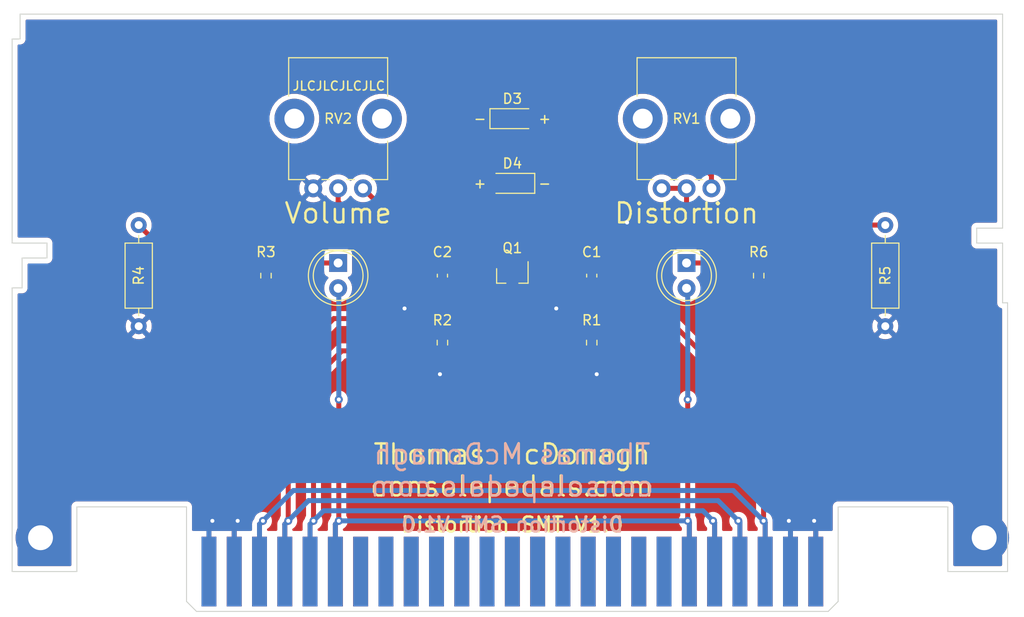
<source format=kicad_pcb>
(kicad_pcb (version 20171130) (host pcbnew "(5.1.7)-1")

  (general
    (thickness 1.6)
    (drawings 39)
    (tracks 127)
    (zones 0)
    (modules 18)
    (nets 12)
  )

  (page A4)
  (layers
    (0 F.Cu signal)
    (31 B.Cu signal)
    (32 B.Adhes user)
    (33 F.Adhes user)
    (34 B.Paste user)
    (35 F.Paste user)
    (36 B.SilkS user)
    (37 F.SilkS user)
    (38 B.Mask user)
    (39 F.Mask user)
    (40 Dwgs.User user)
    (41 Cmts.User user)
    (42 Eco1.User user)
    (43 Eco2.User user)
    (44 Edge.Cuts user)
    (45 Margin user)
    (46 B.CrtYd user)
    (47 F.CrtYd user)
    (48 B.Fab user)
    (49 F.Fab user hide)
  )

  (setup
    (last_trace_width 0.5)
    (user_trace_width 0.5)
    (trace_clearance 0.2)
    (zone_clearance 0.5)
    (zone_45_only no)
    (trace_min 0.2)
    (via_size 0.8)
    (via_drill 0.4)
    (via_min_size 0.4)
    (via_min_drill 0.3)
    (uvia_size 0.3)
    (uvia_drill 0.1)
    (uvias_allowed no)
    (uvia_min_size 0.2)
    (uvia_min_drill 0.1)
    (edge_width 0.05)
    (segment_width 0.2)
    (pcb_text_width 0.3)
    (pcb_text_size 1.5 1.5)
    (mod_edge_width 0.12)
    (mod_text_size 1 1)
    (mod_text_width 0.15)
    (pad_size 1.6 1.6)
    (pad_drill 0.8)
    (pad_to_mask_clearance 0)
    (aux_axis_origin 0 0)
    (visible_elements 7FFFFF7F)
    (pcbplotparams
      (layerselection 0x010fc_ffffffff)
      (usegerberextensions false)
      (usegerberattributes false)
      (usegerberadvancedattributes true)
      (creategerberjobfile true)
      (excludeedgelayer true)
      (linewidth 0.100000)
      (plotframeref false)
      (viasonmask false)
      (mode 1)
      (useauxorigin false)
      (hpglpennumber 1)
      (hpglpenspeed 20)
      (hpglpendiameter 15.000000)
      (psnegative false)
      (psa4output false)
      (plotreference true)
      (plotvalue true)
      (plotinvisibletext false)
      (padsonsilk false)
      (subtractmaskfromsilk false)
      (outputformat 1)
      (mirror false)
      (drillshape 0)
      (scaleselection 1)
      (outputdirectory "Gerbers/"))
  )

  (net 0 "")
  (net 1 GND)
  (net 2 "Net-(C1-Pad1)")
  (net 3 "Net-(C1-Pad2)")
  (net 4 "Net-(C2-Pad2)")
  (net 5 "Net-(C2-Pad1)")
  (net 6 /LEDPower)
  (net 7 /Input)
  (net 8 /Output)
  (net 9 +9V)
  (net 10 "Net-(D1-Pad1)")
  (net 11 "Net-(D2-Pad1)")

  (net_class Default "This is the default net class."
    (clearance 0.2)
    (trace_width 0.25)
    (via_dia 0.8)
    (via_drill 0.4)
    (uvia_dia 0.3)
    (uvia_drill 0.1)
    (add_net +9V)
    (add_net /Input)
    (add_net /LEDPower)
    (add_net /Output)
    (add_net GND)
    (add_net "Net-(C1-Pad1)")
    (add_net "Net-(C1-Pad2)")
    (add_net "Net-(C2-Pad1)")
    (add_net "Net-(C2-Pad2)")
    (add_net "Net-(D1-Pad1)")
    (add_net "Net-(D2-Pad1)")
  )

  (module Resistor_THT:R_Axial_DIN0207_L6.3mm_D2.5mm_P10.16mm_Horizontal (layer F.Cu) (tedit 5AE5139B) (tstamp 5FD580BA)
    (at 170.215 101.35 90)
    (descr "Resistor, Axial_DIN0207 series, Axial, Horizontal, pin pitch=10.16mm, 0.25W = 1/4W, length*diameter=6.3*2.5mm^2, http://cdn-reichelt.de/documents/datenblatt/B400/1_4W%23YAG.pdf")
    (tags "Resistor Axial_DIN0207 series Axial Horizontal pin pitch 10.16mm 0.25W = 1/4W length 6.3mm diameter 2.5mm")
    (path /5FA964BB)
    (fp_text reference R5 (at 5.08 0 90) (layer F.SilkS)
      (effects (font (size 1 1) (thickness 0.15)))
    )
    (fp_text value RLED (at 5.08 2.37 90) (layer F.Fab)
      (effects (font (size 1 1) (thickness 0.15)))
    )
    (fp_line (start 1.93 -1.25) (end 1.93 1.25) (layer F.Fab) (width 0.1))
    (fp_line (start 1.93 1.25) (end 8.23 1.25) (layer F.Fab) (width 0.1))
    (fp_line (start 8.23 1.25) (end 8.23 -1.25) (layer F.Fab) (width 0.1))
    (fp_line (start 8.23 -1.25) (end 1.93 -1.25) (layer F.Fab) (width 0.1))
    (fp_line (start 0 0) (end 1.93 0) (layer F.Fab) (width 0.1))
    (fp_line (start 10.16 0) (end 8.23 0) (layer F.Fab) (width 0.1))
    (fp_line (start 1.81 -1.37) (end 1.81 1.37) (layer F.SilkS) (width 0.12))
    (fp_line (start 1.81 1.37) (end 8.35 1.37) (layer F.SilkS) (width 0.12))
    (fp_line (start 8.35 1.37) (end 8.35 -1.37) (layer F.SilkS) (width 0.12))
    (fp_line (start 8.35 -1.37) (end 1.81 -1.37) (layer F.SilkS) (width 0.12))
    (fp_line (start 1.04 0) (end 1.81 0) (layer F.SilkS) (width 0.12))
    (fp_line (start 9.12 0) (end 8.35 0) (layer F.SilkS) (width 0.12))
    (fp_line (start -1.05 -1.5) (end -1.05 1.5) (layer F.CrtYd) (width 0.05))
    (fp_line (start -1.05 1.5) (end 11.21 1.5) (layer F.CrtYd) (width 0.05))
    (fp_line (start 11.21 1.5) (end 11.21 -1.5) (layer F.CrtYd) (width 0.05))
    (fp_line (start 11.21 -1.5) (end -1.05 -1.5) (layer F.CrtYd) (width 0.05))
    (fp_text user %R (at 5.08 0 90) (layer F.Fab)
      (effects (font (size 1 1) (thickness 0.15)))
    )
    (pad 1 thru_hole circle (at 0 0 90) (size 1.6 1.6) (drill 0.8) (layers *.Cu *.Mask)
      (net 1 GND))
    (pad 2 thru_hole oval (at 10.16 0 90) (size 1.6 1.6) (drill 0.8) (layers *.Cu *.Mask)
      (net 11 "Net-(D2-Pad1)"))
    (model ${KISYS3DMOD}/Resistor_THT.3dshapes/R_Axial_DIN0207_L6.3mm_D2.5mm_P10.16mm_Horizontal.wrl
      (at (xyz 0 0 0))
      (scale (xyz 1 1 1))
      (rotate (xyz 0 0 0))
    )
  )

  (module LED_THT:LED_D5.0mm (layer F.Cu) (tedit 5995936A) (tstamp 5FA843C0)
    (at 115.25 95 270)
    (descr "LED, diameter 5.0mm, 2 pins, http://cdn-reichelt.de/documents/datenblatt/A500/LL-504BC2E-009.pdf")
    (tags "LED diameter 5.0mm 2 pins")
    (path /5FA93C7E)
    (fp_text reference D1 (at 1.27 -3.96 90) (layer F.SilkS) hide
      (effects (font (size 1 1) (thickness 0.15)))
    )
    (fp_text value LED (at 1.27 3.96 90) (layer F.Fab)
      (effects (font (size 1 1) (thickness 0.15)))
    )
    (fp_circle (center 1.27 0) (end 3.77 0) (layer F.Fab) (width 0.1))
    (fp_circle (center 1.27 0) (end 3.77 0) (layer F.SilkS) (width 0.12))
    (fp_line (start -1.23 -1.469694) (end -1.23 1.469694) (layer F.Fab) (width 0.1))
    (fp_line (start -1.29 -1.545) (end -1.29 1.545) (layer F.SilkS) (width 0.12))
    (fp_line (start -1.95 -3.25) (end -1.95 3.25) (layer F.CrtYd) (width 0.05))
    (fp_line (start -1.95 3.25) (end 4.5 3.25) (layer F.CrtYd) (width 0.05))
    (fp_line (start 4.5 3.25) (end 4.5 -3.25) (layer F.CrtYd) (width 0.05))
    (fp_line (start 4.5 -3.25) (end -1.95 -3.25) (layer F.CrtYd) (width 0.05))
    (fp_arc (start 1.27 0) (end -1.23 -1.469694) (angle 299.1) (layer F.Fab) (width 0.1))
    (fp_arc (start 1.27 0) (end -1.29 -1.54483) (angle 148.9) (layer F.SilkS) (width 0.12))
    (fp_arc (start 1.27 0) (end -1.29 1.54483) (angle -148.9) (layer F.SilkS) (width 0.12))
    (fp_text user %R (at 1.25 0 90) (layer F.Fab)
      (effects (font (size 0.8 0.8) (thickness 0.2)))
    )
    (pad 1 thru_hole rect (at 0 0 270) (size 1.8 1.8) (drill 0.9) (layers *.Cu *.Mask)
      (net 10 "Net-(D1-Pad1)"))
    (pad 2 thru_hole circle (at 2.54 0 270) (size 1.8 1.8) (drill 0.9) (layers *.Cu *.Mask)
      (net 6 /LEDPower))
    (model ${KISYS3DMOD}/LED_THT.3dshapes/LED_D5.0mm.wrl
      (at (xyz 0 0 0))
      (scale (xyz 1 1 1))
      (rotate (xyz 0 0 0))
    )
  )

  (module LED_THT:LED_D5.0mm (layer F.Cu) (tedit 5995936A) (tstamp 5FA842F1)
    (at 150.25 95 270)
    (descr "LED, diameter 5.0mm, 2 pins, http://cdn-reichelt.de/documents/datenblatt/A500/LL-504BC2E-009.pdf")
    (tags "LED diameter 5.0mm 2 pins")
    (path /5FA94A27)
    (fp_text reference D2 (at 1.27 -3.96 90) (layer F.SilkS) hide
      (effects (font (size 1 1) (thickness 0.15)))
    )
    (fp_text value LED (at 1.27 3.96 90) (layer F.Fab)
      (effects (font (size 1 1) (thickness 0.15)))
    )
    (fp_line (start 4.5 -3.25) (end -1.95 -3.25) (layer F.CrtYd) (width 0.05))
    (fp_line (start 4.5 3.25) (end 4.5 -3.25) (layer F.CrtYd) (width 0.05))
    (fp_line (start -1.95 3.25) (end 4.5 3.25) (layer F.CrtYd) (width 0.05))
    (fp_line (start -1.95 -3.25) (end -1.95 3.25) (layer F.CrtYd) (width 0.05))
    (fp_line (start -1.29 -1.545) (end -1.29 1.545) (layer F.SilkS) (width 0.12))
    (fp_line (start -1.23 -1.469694) (end -1.23 1.469694) (layer F.Fab) (width 0.1))
    (fp_circle (center 1.27 0) (end 3.77 0) (layer F.SilkS) (width 0.12))
    (fp_circle (center 1.27 0) (end 3.77 0) (layer F.Fab) (width 0.1))
    (fp_text user %R (at 1.25 0 90) (layer F.Fab)
      (effects (font (size 0.8 0.8) (thickness 0.2)))
    )
    (fp_arc (start 1.27 0) (end -1.29 1.54483) (angle -148.9) (layer F.SilkS) (width 0.12))
    (fp_arc (start 1.27 0) (end -1.29 -1.54483) (angle 148.9) (layer F.SilkS) (width 0.12))
    (fp_arc (start 1.27 0) (end -1.23 -1.469694) (angle 299.1) (layer F.Fab) (width 0.1))
    (pad 2 thru_hole circle (at 2.54 0 270) (size 1.8 1.8) (drill 0.9) (layers *.Cu *.Mask)
      (net 6 /LEDPower))
    (pad 1 thru_hole rect (at 0 0 270) (size 1.8 1.8) (drill 0.9) (layers *.Cu *.Mask)
      (net 11 "Net-(D2-Pad1)"))
    (model ${KISYS3DMOD}/LED_THT.3dshapes/LED_D5.0mm.wrl
      (at (xyz 0 0 0))
      (scale (xyz 1 1 1))
      (rotate (xyz 0 0 0))
    )
  )

  (module Potentiometer_THT:Potentiometer_Bourns_PTV09A-1_Single_Vertical (layer F.Cu) (tedit 5A3D4993) (tstamp 5FD56783)
    (at 152.75 87.5 90)
    (descr "Potentiometer, vertical, Bourns PTV09A-1 Single, http://www.bourns.com/docs/Product-Datasheets/ptv09.pdf")
    (tags "Potentiometer vertical Bourns PTV09A-1 Single")
    (path /5FA79A47)
    (fp_text reference RV1 (at 7 -2.5 180) (layer F.SilkS)
      (effects (font (size 1 1) (thickness 0.15)))
    )
    (fp_text value "250K Distortion" (at 6.05 5.15 90) (layer F.Fab)
      (effects (font (size 1 1) (thickness 0.15)))
    )
    (fp_line (start 13.25 -9.15) (end -1.15 -9.15) (layer F.CrtYd) (width 0.05))
    (fp_line (start 13.25 4.15) (end 13.25 -9.15) (layer F.CrtYd) (width 0.05))
    (fp_line (start -1.15 4.15) (end 13.25 4.15) (layer F.CrtYd) (width 0.05))
    (fp_line (start -1.15 -9.15) (end -1.15 4.15) (layer F.CrtYd) (width 0.05))
    (fp_line (start 13.12 -7.47) (end 13.12 2.47) (layer F.SilkS) (width 0.12))
    (fp_line (start 0.88 0.87) (end 0.88 2.47) (layer F.SilkS) (width 0.12))
    (fp_line (start 0.88 -1.629) (end 0.88 -0.87) (layer F.SilkS) (width 0.12))
    (fp_line (start 0.88 -4.129) (end 0.88 -3.37) (layer F.SilkS) (width 0.12))
    (fp_line (start 0.88 -7.47) (end 0.88 -5.871) (layer F.SilkS) (width 0.12))
    (fp_line (start 9.255 2.47) (end 13.12 2.47) (layer F.SilkS) (width 0.12))
    (fp_line (start 0.88 2.47) (end 4.745 2.47) (layer F.SilkS) (width 0.12))
    (fp_line (start 9.255 -7.47) (end 13.12 -7.47) (layer F.SilkS) (width 0.12))
    (fp_line (start 0.88 -7.47) (end 4.745 -7.47) (layer F.SilkS) (width 0.12))
    (fp_line (start 13 -7.35) (end 1 -7.35) (layer F.Fab) (width 0.1))
    (fp_line (start 13 2.35) (end 13 -7.35) (layer F.Fab) (width 0.1))
    (fp_line (start 1 2.35) (end 13 2.35) (layer F.Fab) (width 0.1))
    (fp_line (start 1 -7.35) (end 1 2.35) (layer F.Fab) (width 0.1))
    (fp_circle (center 7.5 -2.5) (end 10.5 -2.5) (layer F.Fab) (width 0.1))
    (fp_text user %R (at 2 -2.5) (layer F.Fab)
      (effects (font (size 1 1) (thickness 0.15)))
    )
    (pad "" np_thru_hole circle (at 7 1.9 90) (size 4 4) (drill 2) (layers *.Cu *.Mask))
    (pad "" np_thru_hole circle (at 7 -6.9 90) (size 4 4) (drill 2) (layers *.Cu *.Mask))
    (pad 1 thru_hole circle (at 0 0 90) (size 1.8 1.8) (drill 1) (layers *.Cu *.Mask)
      (net 3 "Net-(C1-Pad2)"))
    (pad 2 thru_hole circle (at 0 -2.5 90) (size 1.8 1.8) (drill 1) (layers *.Cu *.Mask)
      (net 7 /Input))
    (pad 3 thru_hole circle (at 0 -5 90) (size 1.8 1.8) (drill 1) (layers *.Cu *.Mask)
      (net 7 /Input))
    (model ${KISYS3DMOD}/Potentiometer_THT.3dshapes/Potentiometer_Bourns_PTV09A-1_Single_Vertical.wrl
      (at (xyz 0 0 0))
      (scale (xyz 1 1 1))
      (rotate (xyz 0 0 0))
    )
  )

  (module Potentiometer_THT:Potentiometer_Bourns_PTV09A-1_Single_Vertical (layer F.Cu) (tedit 5A3D4993) (tstamp 5FD5680B)
    (at 117.75 87.5 90)
    (descr "Potentiometer, vertical, Bourns PTV09A-1 Single, http://www.bourns.com/docs/Product-Datasheets/ptv09.pdf")
    (tags "Potentiometer vertical Bourns PTV09A-1 Single")
    (path /5FA8CF3E)
    (fp_text reference RV2 (at 7 -2.5 180) (layer F.SilkS)
      (effects (font (size 1 1) (thickness 0.15)))
    )
    (fp_text value "250K Volume" (at 6.05 5.15 90) (layer F.Fab)
      (effects (font (size 1 1) (thickness 0.15)))
    )
    (fp_circle (center 7.5 -2.5) (end 10.5 -2.5) (layer F.Fab) (width 0.1))
    (fp_line (start 1 -7.35) (end 1 2.35) (layer F.Fab) (width 0.1))
    (fp_line (start 1 2.35) (end 13 2.35) (layer F.Fab) (width 0.1))
    (fp_line (start 13 2.35) (end 13 -7.35) (layer F.Fab) (width 0.1))
    (fp_line (start 13 -7.35) (end 1 -7.35) (layer F.Fab) (width 0.1))
    (fp_line (start 0.88 -7.47) (end 4.745 -7.47) (layer F.SilkS) (width 0.12))
    (fp_line (start 9.255 -7.47) (end 13.12 -7.47) (layer F.SilkS) (width 0.12))
    (fp_line (start 0.88 2.47) (end 4.745 2.47) (layer F.SilkS) (width 0.12))
    (fp_line (start 9.255 2.47) (end 13.12 2.47) (layer F.SilkS) (width 0.12))
    (fp_line (start 0.88 -7.47) (end 0.88 -5.871) (layer F.SilkS) (width 0.12))
    (fp_line (start 0.88 -4.129) (end 0.88 -3.37) (layer F.SilkS) (width 0.12))
    (fp_line (start 0.88 -1.629) (end 0.88 -0.87) (layer F.SilkS) (width 0.12))
    (fp_line (start 0.88 0.87) (end 0.88 2.47) (layer F.SilkS) (width 0.12))
    (fp_line (start 13.12 -7.47) (end 13.12 2.47) (layer F.SilkS) (width 0.12))
    (fp_line (start -1.15 -9.15) (end -1.15 4.15) (layer F.CrtYd) (width 0.05))
    (fp_line (start -1.15 4.15) (end 13.25 4.15) (layer F.CrtYd) (width 0.05))
    (fp_line (start 13.25 4.15) (end 13.25 -9.15) (layer F.CrtYd) (width 0.05))
    (fp_line (start 13.25 -9.15) (end -1.15 -9.15) (layer F.CrtYd) (width 0.05))
    (fp_text user %R (at 2 -2.5) (layer F.Fab)
      (effects (font (size 1 1) (thickness 0.15)))
    )
    (pad 3 thru_hole circle (at 0 -5 90) (size 1.8 1.8) (drill 1) (layers *.Cu *.Mask)
      (net 1 GND))
    (pad 2 thru_hole circle (at 0 -2.5 90) (size 1.8 1.8) (drill 1) (layers *.Cu *.Mask)
      (net 8 /Output))
    (pad 1 thru_hole circle (at 0 0 90) (size 1.8 1.8) (drill 1) (layers *.Cu *.Mask)
      (net 5 "Net-(C2-Pad1)"))
    (pad "" np_thru_hole circle (at 7 -6.9 90) (size 4 4) (drill 2) (layers *.Cu *.Mask))
    (pad "" np_thru_hole circle (at 7 1.9 90) (size 4 4) (drill 2) (layers *.Cu *.Mask))
    (model ${KISYS3DMOD}/Potentiometer_THT.3dshapes/Potentiometer_Bourns_PTV09A-1_Single_Vertical.wrl
      (at (xyz 0 0 0))
      (scale (xyz 1 1 1))
      (rotate (xyz 0 0 0))
    )
  )

  (module MountingHole:MountingHole_2.5mm_Pad (layer F.Cu) (tedit 5FD51072) (tstamp 5FD57994)
    (at 85.35 122.6)
    (descr "Mounting Hole 2.5mm")
    (tags "mounting hole 2.5mm")
    (path /5FD7729C)
    (attr virtual)
    (fp_text reference H1 (at 0 -0.045) (layer F.SilkS) hide
      (effects (font (size 1 1) (thickness 0.15)))
    )
    (fp_text value MountingHole_Pad (at 0 3.5) (layer F.Fab)
      (effects (font (size 1 1) (thickness 0.15)))
    )
    (fp_circle (center 0 0) (end 2.5 0) (layer Cmts.User) (width 0.15))
    (fp_circle (center 0 0) (end 2.75 0) (layer F.CrtYd) (width 0.05))
    (fp_text user %R (at 0.3 0) (layer F.Fab)
      (effects (font (size 1 1) (thickness 0.15)))
    )
    (pad 1 thru_hole circle (at 0 0) (size 5 5) (drill 2.5) (layers *.Cu *.Mask)
      (net 1 GND) (zone_connect 2))
  )

  (module MountingHole:MountingHole_2.5mm_Pad (layer F.Cu) (tedit 5FD51084) (tstamp 5FD5799C)
    (at 180.15 122.6)
    (descr "Mounting Hole 2.5mm")
    (tags "mounting hole 2.5mm")
    (path /5FD78F6F)
    (attr virtual)
    (fp_text reference H2 (at 0 -0.045) (layer F.SilkS) hide
      (effects (font (size 1 1) (thickness 0.15)))
    )
    (fp_text value MountingHole_Pad (at 0 3.5) (layer F.Fab)
      (effects (font (size 1 1) (thickness 0.15)))
    )
    (fp_circle (center 0 0) (end 2.75 0) (layer F.CrtYd) (width 0.05))
    (fp_circle (center 0 0) (end 2.5 0) (layer Cmts.User) (width 0.15))
    (fp_text user %R (at 0.3 0) (layer F.Fab)
      (effects (font (size 1 1) (thickness 0.15)))
    )
    (pad 1 thru_hole circle (at 0 0) (size 5 5) (drill 2.5) (layers *.Cu *.Mask)
      (net 1 GND) (zone_connect 2))
  )

  (module libraries:N64-Connector-Wide (layer F.Cu) (tedit 614FCA4E) (tstamp 6150250D)
    (at 132.75 126)
    (path /5FAA85D7)
    (fp_text reference J1 (at 0 5.4) (layer F.SilkS) hide
      (effects (font (size 1 1) (thickness 0.15)))
    )
    (fp_text value Conn_02x25_Counter_Clockwise (at 0 6.9) (layer F.Fab)
      (effects (font (size 1 1) (thickness 0.15)))
    )
    (fp_text user Front (at -15.6 -6.62) (layer F.SilkS) hide
      (effects (font (size 2 2) (thickness 0.3)))
    )
    (fp_text user Back (at -15.275 -6.62) (layer B.SilkS) hide
      (effects (font (size 2 2) (thickness 0.3)) (justify mirror))
    )
    (pad 50 connect rect (at 30.48 0) (size 1.5 7) (layers B.Cu B.Mask)
      (net 1 GND))
    (pad 49 connect rect (at 27.94 0) (size 1.5 7) (layers B.Cu B.Mask)
      (net 1 GND))
    (pad 48 connect rect (at 25.4 0) (size 1.5 7) (layers B.Cu B.Mask)
      (net 7 /Input))
    (pad 47 connect rect (at 22.86 0) (size 1.5 7) (layers B.Cu B.Mask)
      (net 8 /Output))
    (pad 46 connect rect (at 20.32 0) (size 1.5 7) (layers B.Cu B.Mask)
      (net 9 +9V))
    (pad 45 connect rect (at 17.78 0) (size 1.5 7) (layers B.Cu B.Mask)
      (net 6 /LEDPower))
    (pad 44 connect rect (at 15.24 0) (size 1.5 7) (layers B.Cu B.Mask))
    (pad 43 connect rect (at 12.7 0) (size 1.5 7) (layers B.Cu B.Mask))
    (pad 42 connect rect (at 10.16 0) (size 1.5 7) (layers B.Cu B.Mask))
    (pad 41 connect rect (at 7.62 0) (size 1.5 7) (layers B.Cu B.Mask))
    (pad 40 connect rect (at 5.08 0) (size 1.5 7) (layers B.Cu B.Mask))
    (pad 39 connect rect (at 2.54 0) (size 1.5 7) (layers B.Cu B.Mask))
    (pad 38 connect rect (at 0 0) (size 1.5 7) (layers B.Cu B.Mask))
    (pad 37 connect rect (at -2.54 0) (size 1.5 7) (layers B.Cu B.Mask))
    (pad 36 connect rect (at -5.08 0) (size 1.5 7) (layers B.Cu B.Mask))
    (pad 35 connect rect (at -7.62 0) (size 1.5 7) (layers B.Cu B.Mask))
    (pad 34 connect rect (at -10.16 0) (size 1.5 7) (layers B.Cu B.Mask))
    (pad 33 connect rect (at -12.7 0) (size 1.5 7) (layers B.Cu B.Mask))
    (pad 32 connect rect (at -15.24 0) (size 1.5 7) (layers B.Cu B.Mask))
    (pad 31 connect rect (at -17.78 0) (size 1.5 7) (layers B.Cu B.Mask)
      (net 6 /LEDPower))
    (pad 30 connect rect (at -20.32 0) (size 1.5 7) (layers B.Cu B.Mask)
      (net 9 +9V))
    (pad 29 connect rect (at -22.86 0) (size 1.5 7) (layers B.Cu B.Mask)
      (net 8 /Output))
    (pad 28 connect rect (at -25.4 0) (size 1.5 7) (layers B.Cu B.Mask)
      (net 7 /Input))
    (pad 27 connect rect (at -27.94 0) (size 1.5 7) (layers B.Cu B.Mask)
      (net 1 GND))
    (pad 26 connect rect (at -30.48 0) (size 1.5 7) (layers B.Cu B.Mask)
      (net 1 GND))
    (pad 25 connect rect (at 30.48 0) (size 1.5 7) (layers F.Cu F.Mask)
      (net 1 GND))
    (pad 24 connect rect (at 27.94 0) (size 1.5 7) (layers F.Cu F.Mask)
      (net 1 GND))
    (pad 23 connect rect (at 25.4 0) (size 1.5 7) (layers F.Cu F.Mask)
      (net 7 /Input))
    (pad 22 connect rect (at 22.86 0) (size 1.5 7) (layers F.Cu F.Mask)
      (net 8 /Output))
    (pad 21 connect rect (at 20.32 0) (size 1.5 7) (layers F.Cu F.Mask)
      (net 9 +9V))
    (pad 20 connect rect (at 17.78 0) (size 1.5 7) (layers F.Cu F.Mask)
      (net 6 /LEDPower))
    (pad 19 connect rect (at 15.24 0) (size 1.5 7) (layers F.Cu F.Mask))
    (pad 18 connect rect (at 12.7 0) (size 1.5 7) (layers F.Cu F.Mask))
    (pad 17 connect rect (at 10.16 0) (size 1.5 7) (layers F.Cu F.Mask))
    (pad 16 connect rect (at 7.62 0) (size 1.5 7) (layers F.Cu F.Mask))
    (pad 15 connect rect (at 5.08 0) (size 1.5 7) (layers F.Cu F.Mask))
    (pad 14 connect rect (at 2.54 0) (size 1.5 7) (layers F.Cu F.Mask))
    (pad 13 connect rect (at 0 0) (size 1.5 7) (layers F.Cu F.Mask))
    (pad 12 connect rect (at -2.54 0) (size 1.5 7) (layers F.Cu F.Mask))
    (pad 11 connect rect (at -5.08 0) (size 1.5 7) (layers F.Cu F.Mask))
    (pad 10 connect rect (at -7.62 0) (size 1.5 7) (layers F.Cu F.Mask))
    (pad 9 connect rect (at -10.16 0) (size 1.5 7) (layers F.Cu F.Mask))
    (pad 8 connect rect (at -12.7 0) (size 1.5 7) (layers F.Cu F.Mask))
    (pad 7 connect rect (at -15.24 0) (size 1.5 7) (layers F.Cu F.Mask))
    (pad 6 connect rect (at -17.78 0) (size 1.5 7) (layers F.Cu F.Mask)
      (net 6 /LEDPower))
    (pad 5 connect rect (at -20.32 0) (size 1.5 7) (layers F.Cu F.Mask)
      (net 9 +9V))
    (pad 4 connect rect (at -22.86 0) (size 1.5 7) (layers F.Cu F.Mask)
      (net 8 /Output))
    (pad 3 connect rect (at -25.4 0) (size 1.5 7) (layers F.Cu F.Mask)
      (net 7 /Input))
    (pad 2 connect rect (at -27.94 0) (size 1.5 7) (layers F.Cu F.Mask)
      (net 1 GND))
    (pad 1 connect rect (at -30.48 0) (size 1.5 7) (layers F.Cu F.Mask)
      (net 1 GND))
  )

  (module Capacitor_SMD:C_0603_1608Metric (layer F.Cu) (tedit 5F68FEEE) (tstamp 6253C53E)
    (at 140.725 96.27 90)
    (descr "Capacitor SMD 0603 (1608 Metric), square (rectangular) end terminal, IPC_7351 nominal, (Body size source: IPC-SM-782 page 76, https://www.pcb-3d.com/wordpress/wp-content/uploads/ipc-sm-782a_amendment_1_and_2.pdf), generated with kicad-footprint-generator")
    (tags capacitor)
    (path /5FA78B75)
    (attr smd)
    (fp_text reference C1 (at 2.37 0 180) (layer F.SilkS)
      (effects (font (size 1 1) (thickness 0.15)))
    )
    (fp_text value 0.1uF (at 0 1.43 90) (layer F.Fab)
      (effects (font (size 1 1) (thickness 0.15)))
    )
    (fp_text user %R (at 0 0 90) (layer F.Fab)
      (effects (font (size 0.4 0.4) (thickness 0.06)))
    )
    (fp_line (start -0.8 0.4) (end -0.8 -0.4) (layer F.Fab) (width 0.1))
    (fp_line (start -0.8 -0.4) (end 0.8 -0.4) (layer F.Fab) (width 0.1))
    (fp_line (start 0.8 -0.4) (end 0.8 0.4) (layer F.Fab) (width 0.1))
    (fp_line (start 0.8 0.4) (end -0.8 0.4) (layer F.Fab) (width 0.1))
    (fp_line (start -0.14058 -0.51) (end 0.14058 -0.51) (layer F.SilkS) (width 0.12))
    (fp_line (start -0.14058 0.51) (end 0.14058 0.51) (layer F.SilkS) (width 0.12))
    (fp_line (start -1.48 0.73) (end -1.48 -0.73) (layer F.CrtYd) (width 0.05))
    (fp_line (start -1.48 -0.73) (end 1.48 -0.73) (layer F.CrtYd) (width 0.05))
    (fp_line (start 1.48 -0.73) (end 1.48 0.73) (layer F.CrtYd) (width 0.05))
    (fp_line (start 1.48 0.73) (end -1.48 0.73) (layer F.CrtYd) (width 0.05))
    (pad 2 smd roundrect (at 0.775 0 90) (size 0.9 0.95) (layers F.Cu F.Paste F.Mask) (roundrect_rratio 0.25)
      (net 3 "Net-(C1-Pad2)"))
    (pad 1 smd roundrect (at -0.775 0 90) (size 0.9 0.95) (layers F.Cu F.Paste F.Mask) (roundrect_rratio 0.25)
      (net 2 "Net-(C1-Pad1)"))
    (model ${KISYS3DMOD}/Capacitor_SMD.3dshapes/C_0603_1608Metric.wrl
      (at (xyz 0 0 0))
      (scale (xyz 1 1 1))
      (rotate (xyz 0 0 0))
    )
  )

  (module Capacitor_SMD:C_0603_1608Metric (layer F.Cu) (tedit 5F68FEEE) (tstamp 6253C54E)
    (at 125.725 96.27 270)
    (descr "Capacitor SMD 0603 (1608 Metric), square (rectangular) end terminal, IPC_7351 nominal, (Body size source: IPC-SM-782 page 76, https://www.pcb-3d.com/wordpress/wp-content/uploads/ipc-sm-782a_amendment_1_and_2.pdf), generated with kicad-footprint-generator")
    (tags capacitor)
    (path /5FA8902A)
    (attr smd)
    (fp_text reference C2 (at -2.37 0 180) (layer F.SilkS)
      (effects (font (size 1 1) (thickness 0.15)))
    )
    (fp_text value 0.1uF (at 0 1.43 90) (layer F.Fab)
      (effects (font (size 1 1) (thickness 0.15)))
    )
    (fp_line (start 1.48 0.73) (end -1.48 0.73) (layer F.CrtYd) (width 0.05))
    (fp_line (start 1.48 -0.73) (end 1.48 0.73) (layer F.CrtYd) (width 0.05))
    (fp_line (start -1.48 -0.73) (end 1.48 -0.73) (layer F.CrtYd) (width 0.05))
    (fp_line (start -1.48 0.73) (end -1.48 -0.73) (layer F.CrtYd) (width 0.05))
    (fp_line (start -0.14058 0.51) (end 0.14058 0.51) (layer F.SilkS) (width 0.12))
    (fp_line (start -0.14058 -0.51) (end 0.14058 -0.51) (layer F.SilkS) (width 0.12))
    (fp_line (start 0.8 0.4) (end -0.8 0.4) (layer F.Fab) (width 0.1))
    (fp_line (start 0.8 -0.4) (end 0.8 0.4) (layer F.Fab) (width 0.1))
    (fp_line (start -0.8 -0.4) (end 0.8 -0.4) (layer F.Fab) (width 0.1))
    (fp_line (start -0.8 0.4) (end -0.8 -0.4) (layer F.Fab) (width 0.1))
    (fp_text user %R (at 0 0 90) (layer F.Fab)
      (effects (font (size 0.4 0.4) (thickness 0.06)))
    )
    (pad 1 smd roundrect (at -0.775 0 270) (size 0.9 0.95) (layers F.Cu F.Paste F.Mask) (roundrect_rratio 0.25)
      (net 5 "Net-(C2-Pad1)"))
    (pad 2 smd roundrect (at 0.775 0 270) (size 0.9 0.95) (layers F.Cu F.Paste F.Mask) (roundrect_rratio 0.25)
      (net 4 "Net-(C2-Pad2)"))
    (model ${KISYS3DMOD}/Capacitor_SMD.3dshapes/C_0603_1608Metric.wrl
      (at (xyz 0 0 0))
      (scale (xyz 1 1 1))
      (rotate (xyz 0 0 0))
    )
  )

  (module Diode_SMD:D_SOD-123 (layer F.Cu) (tedit 58645DC7) (tstamp 6253C576)
    (at 132.75 80.5)
    (descr SOD-123)
    (tags SOD-123)
    (path /6254F46C)
    (attr smd)
    (fp_text reference D3 (at 0 -2) (layer F.SilkS)
      (effects (font (size 1 1) (thickness 0.15)))
    )
    (fp_text value 1N4148W (at 0 2.1) (layer F.Fab)
      (effects (font (size 1 1) (thickness 0.15)))
    )
    (fp_line (start -2.25 -1) (end 1.65 -1) (layer F.SilkS) (width 0.12))
    (fp_line (start -2.25 1) (end 1.65 1) (layer F.SilkS) (width 0.12))
    (fp_line (start -2.35 -1.15) (end -2.35 1.15) (layer F.CrtYd) (width 0.05))
    (fp_line (start 2.35 1.15) (end -2.35 1.15) (layer F.CrtYd) (width 0.05))
    (fp_line (start 2.35 -1.15) (end 2.35 1.15) (layer F.CrtYd) (width 0.05))
    (fp_line (start -2.35 -1.15) (end 2.35 -1.15) (layer F.CrtYd) (width 0.05))
    (fp_line (start -1.4 -0.9) (end 1.4 -0.9) (layer F.Fab) (width 0.1))
    (fp_line (start 1.4 -0.9) (end 1.4 0.9) (layer F.Fab) (width 0.1))
    (fp_line (start 1.4 0.9) (end -1.4 0.9) (layer F.Fab) (width 0.1))
    (fp_line (start -1.4 0.9) (end -1.4 -0.9) (layer F.Fab) (width 0.1))
    (fp_line (start -0.75 0) (end -0.35 0) (layer F.Fab) (width 0.1))
    (fp_line (start -0.35 0) (end -0.35 -0.55) (layer F.Fab) (width 0.1))
    (fp_line (start -0.35 0) (end -0.35 0.55) (layer F.Fab) (width 0.1))
    (fp_line (start -0.35 0) (end 0.25 -0.4) (layer F.Fab) (width 0.1))
    (fp_line (start 0.25 -0.4) (end 0.25 0.4) (layer F.Fab) (width 0.1))
    (fp_line (start 0.25 0.4) (end -0.35 0) (layer F.Fab) (width 0.1))
    (fp_line (start 0.25 0) (end 0.75 0) (layer F.Fab) (width 0.1))
    (fp_line (start -2.25 -1) (end -2.25 1) (layer F.SilkS) (width 0.12))
    (fp_text user %R (at 0 -2) (layer F.Fab)
      (effects (font (size 1 1) (thickness 0.15)))
    )
    (pad 1 smd rect (at -1.65 0) (size 0.9 1.2) (layers F.Cu F.Paste F.Mask)
      (net 5 "Net-(C2-Pad1)"))
    (pad 2 smd rect (at 1.65 0) (size 0.9 1.2) (layers F.Cu F.Paste F.Mask)
      (net 1 GND))
    (model ${KISYS3DMOD}/Diode_SMD.3dshapes/D_SOD-123.wrl
      (at (xyz 0 0 0))
      (scale (xyz 1 1 1))
      (rotate (xyz 0 0 0))
    )
  )

  (module Diode_SMD:D_SOD-123 (layer F.Cu) (tedit 58645DC7) (tstamp 6253C58F)
    (at 132.75 87 180)
    (descr SOD-123)
    (tags SOD-123)
    (path /62550D2C)
    (attr smd)
    (fp_text reference D4 (at 0 2) (layer F.SilkS)
      (effects (font (size 1 1) (thickness 0.15)))
    )
    (fp_text value 1N4148W (at 0 2.1) (layer F.Fab)
      (effects (font (size 1 1) (thickness 0.15)))
    )
    (fp_text user %R (at 0 -2) (layer F.Fab)
      (effects (font (size 1 1) (thickness 0.15)))
    )
    (fp_line (start -2.25 -1) (end -2.25 1) (layer F.SilkS) (width 0.12))
    (fp_line (start 0.25 0) (end 0.75 0) (layer F.Fab) (width 0.1))
    (fp_line (start 0.25 0.4) (end -0.35 0) (layer F.Fab) (width 0.1))
    (fp_line (start 0.25 -0.4) (end 0.25 0.4) (layer F.Fab) (width 0.1))
    (fp_line (start -0.35 0) (end 0.25 -0.4) (layer F.Fab) (width 0.1))
    (fp_line (start -0.35 0) (end -0.35 0.55) (layer F.Fab) (width 0.1))
    (fp_line (start -0.35 0) (end -0.35 -0.55) (layer F.Fab) (width 0.1))
    (fp_line (start -0.75 0) (end -0.35 0) (layer F.Fab) (width 0.1))
    (fp_line (start -1.4 0.9) (end -1.4 -0.9) (layer F.Fab) (width 0.1))
    (fp_line (start 1.4 0.9) (end -1.4 0.9) (layer F.Fab) (width 0.1))
    (fp_line (start 1.4 -0.9) (end 1.4 0.9) (layer F.Fab) (width 0.1))
    (fp_line (start -1.4 -0.9) (end 1.4 -0.9) (layer F.Fab) (width 0.1))
    (fp_line (start -2.35 -1.15) (end 2.35 -1.15) (layer F.CrtYd) (width 0.05))
    (fp_line (start 2.35 -1.15) (end 2.35 1.15) (layer F.CrtYd) (width 0.05))
    (fp_line (start 2.35 1.15) (end -2.35 1.15) (layer F.CrtYd) (width 0.05))
    (fp_line (start -2.35 -1.15) (end -2.35 1.15) (layer F.CrtYd) (width 0.05))
    (fp_line (start -2.25 1) (end 1.65 1) (layer F.SilkS) (width 0.12))
    (fp_line (start -2.25 -1) (end 1.65 -1) (layer F.SilkS) (width 0.12))
    (pad 2 smd rect (at 1.65 0 180) (size 0.9 1.2) (layers F.Cu F.Paste F.Mask)
      (net 5 "Net-(C2-Pad1)"))
    (pad 1 smd rect (at -1.65 0 180) (size 0.9 1.2) (layers F.Cu F.Paste F.Mask)
      (net 1 GND))
    (model ${KISYS3DMOD}/Diode_SMD.3dshapes/D_SOD-123.wrl
      (at (xyz 0 0 0))
      (scale (xyz 1 1 1))
      (rotate (xyz 0 0 0))
    )
  )

  (module Package_TO_SOT_SMD:SOT-23 (layer F.Cu) (tedit 5A02FF57) (tstamp 6253C5A4)
    (at 132.75 96.27 270)
    (descr "SOT-23, Standard")
    (tags SOT-23)
    (path /625392D3)
    (attr smd)
    (fp_text reference Q1 (at -2.77 0 180) (layer F.SilkS)
      (effects (font (size 1 1) (thickness 0.15)))
    )
    (fp_text value MMBT3904 (at 0 2.5 90) (layer F.Fab)
      (effects (font (size 1 1) (thickness 0.15)))
    )
    (fp_line (start 0.76 1.58) (end -0.7 1.58) (layer F.SilkS) (width 0.12))
    (fp_line (start 0.76 -1.58) (end -1.4 -1.58) (layer F.SilkS) (width 0.12))
    (fp_line (start -1.7 1.75) (end -1.7 -1.75) (layer F.CrtYd) (width 0.05))
    (fp_line (start 1.7 1.75) (end -1.7 1.75) (layer F.CrtYd) (width 0.05))
    (fp_line (start 1.7 -1.75) (end 1.7 1.75) (layer F.CrtYd) (width 0.05))
    (fp_line (start -1.7 -1.75) (end 1.7 -1.75) (layer F.CrtYd) (width 0.05))
    (fp_line (start 0.76 -1.58) (end 0.76 -0.65) (layer F.SilkS) (width 0.12))
    (fp_line (start 0.76 1.58) (end 0.76 0.65) (layer F.SilkS) (width 0.12))
    (fp_line (start -0.7 1.52) (end 0.7 1.52) (layer F.Fab) (width 0.1))
    (fp_line (start 0.7 -1.52) (end 0.7 1.52) (layer F.Fab) (width 0.1))
    (fp_line (start -0.7 -0.95) (end -0.15 -1.52) (layer F.Fab) (width 0.1))
    (fp_line (start -0.15 -1.52) (end 0.7 -1.52) (layer F.Fab) (width 0.1))
    (fp_line (start -0.7 -0.95) (end -0.7 1.5) (layer F.Fab) (width 0.1))
    (fp_text user %R (at 0 0) (layer F.Fab)
      (effects (font (size 0.5 0.5) (thickness 0.075)))
    )
    (pad 1 smd rect (at -1 -0.95 270) (size 0.9 0.8) (layers F.Cu F.Paste F.Mask)
      (net 2 "Net-(C1-Pad1)"))
    (pad 2 smd rect (at -1 0.95 270) (size 0.9 0.8) (layers F.Cu F.Paste F.Mask)
      (net 1 GND))
    (pad 3 smd rect (at 1 0 270) (size 0.9 0.8) (layers F.Cu F.Paste F.Mask)
      (net 4 "Net-(C2-Pad2)"))
    (model ${KISYS3DMOD}/Package_TO_SOT_SMD.3dshapes/SOT-23.wrl
      (at (xyz 0 0 0))
      (scale (xyz 1 1 1))
      (rotate (xyz 0 0 0))
    )
  )

  (module Resistor_SMD:R_0603_1608Metric (layer F.Cu) (tedit 5F68FEEE) (tstamp 6253C5A5)
    (at 140.725 103 270)
    (descr "Resistor SMD 0603 (1608 Metric), square (rectangular) end terminal, IPC_7351 nominal, (Body size source: IPC-SM-782 page 72, https://www.pcb-3d.com/wordpress/wp-content/uploads/ipc-sm-782a_amendment_1_and_2.pdf), generated with kicad-footprint-generator")
    (tags resistor)
    (path /5FA87CBD)
    (attr smd)
    (fp_text reference R1 (at -2.25 0 180) (layer F.SilkS)
      (effects (font (size 1 1) (thickness 0.15)))
    )
    (fp_text value 2M (at 0 1.43 90) (layer F.Fab)
      (effects (font (size 1 1) (thickness 0.15)))
    )
    (fp_line (start 1.48 0.73) (end -1.48 0.73) (layer F.CrtYd) (width 0.05))
    (fp_line (start 1.48 -0.73) (end 1.48 0.73) (layer F.CrtYd) (width 0.05))
    (fp_line (start -1.48 -0.73) (end 1.48 -0.73) (layer F.CrtYd) (width 0.05))
    (fp_line (start -1.48 0.73) (end -1.48 -0.73) (layer F.CrtYd) (width 0.05))
    (fp_line (start -0.237258 0.5225) (end 0.237258 0.5225) (layer F.SilkS) (width 0.12))
    (fp_line (start -0.237258 -0.5225) (end 0.237258 -0.5225) (layer F.SilkS) (width 0.12))
    (fp_line (start 0.8 0.4125) (end -0.8 0.4125) (layer F.Fab) (width 0.1))
    (fp_line (start 0.8 -0.4125) (end 0.8 0.4125) (layer F.Fab) (width 0.1))
    (fp_line (start -0.8 -0.4125) (end 0.8 -0.4125) (layer F.Fab) (width 0.1))
    (fp_line (start -0.8 0.4125) (end -0.8 -0.4125) (layer F.Fab) (width 0.1))
    (fp_text user %R (at 0 0 90) (layer F.Fab)
      (effects (font (size 0.4 0.4) (thickness 0.06)))
    )
    (pad 1 smd roundrect (at -0.825 0 270) (size 0.8 0.95) (layers F.Cu F.Paste F.Mask) (roundrect_rratio 0.25)
      (net 2 "Net-(C1-Pad1)"))
    (pad 2 smd roundrect (at 0.825 0 270) (size 0.8 0.95) (layers F.Cu F.Paste F.Mask) (roundrect_rratio 0.25)
      (net 4 "Net-(C2-Pad2)"))
    (model ${KISYS3DMOD}/Resistor_SMD.3dshapes/R_0603_1608Metric.wrl
      (at (xyz 0 0 0))
      (scale (xyz 1 1 1))
      (rotate (xyz 0 0 0))
    )
  )

  (module Resistor_SMD:R_0603_1608Metric (layer F.Cu) (tedit 5F68FEEE) (tstamp 6253C5B5)
    (at 125.725 103 90)
    (descr "Resistor SMD 0603 (1608 Metric), square (rectangular) end terminal, IPC_7351 nominal, (Body size source: IPC-SM-782 page 72, https://www.pcb-3d.com/wordpress/wp-content/uploads/ipc-sm-782a_amendment_1_and_2.pdf), generated with kicad-footprint-generator")
    (tags resistor)
    (path /5FA88631)
    (attr smd)
    (fp_text reference R2 (at 2.25 0 180) (layer F.SilkS)
      (effects (font (size 1 1) (thickness 0.15)))
    )
    (fp_text value 4.7K (at 0 1.43 90) (layer F.Fab)
      (effects (font (size 1 1) (thickness 0.15)))
    )
    (fp_text user %R (at 0 0 90) (layer F.Fab)
      (effects (font (size 0.4 0.4) (thickness 0.06)))
    )
    (fp_line (start -0.8 0.4125) (end -0.8 -0.4125) (layer F.Fab) (width 0.1))
    (fp_line (start -0.8 -0.4125) (end 0.8 -0.4125) (layer F.Fab) (width 0.1))
    (fp_line (start 0.8 -0.4125) (end 0.8 0.4125) (layer F.Fab) (width 0.1))
    (fp_line (start 0.8 0.4125) (end -0.8 0.4125) (layer F.Fab) (width 0.1))
    (fp_line (start -0.237258 -0.5225) (end 0.237258 -0.5225) (layer F.SilkS) (width 0.12))
    (fp_line (start -0.237258 0.5225) (end 0.237258 0.5225) (layer F.SilkS) (width 0.12))
    (fp_line (start -1.48 0.73) (end -1.48 -0.73) (layer F.CrtYd) (width 0.05))
    (fp_line (start -1.48 -0.73) (end 1.48 -0.73) (layer F.CrtYd) (width 0.05))
    (fp_line (start 1.48 -0.73) (end 1.48 0.73) (layer F.CrtYd) (width 0.05))
    (fp_line (start 1.48 0.73) (end -1.48 0.73) (layer F.CrtYd) (width 0.05))
    (pad 2 smd roundrect (at 0.825 0 90) (size 0.8 0.95) (layers F.Cu F.Paste F.Mask) (roundrect_rratio 0.25)
      (net 4 "Net-(C2-Pad2)"))
    (pad 1 smd roundrect (at -0.825 0 90) (size 0.8 0.95) (layers F.Cu F.Paste F.Mask) (roundrect_rratio 0.25)
      (net 9 +9V))
    (model ${KISYS3DMOD}/Resistor_SMD.3dshapes/R_0603_1608Metric.wrl
      (at (xyz 0 0 0))
      (scale (xyz 1 1 1))
      (rotate (xyz 0 0 0))
    )
  )

  (module Resistor_SMD:R_0603_1608Metric (layer F.Cu) (tedit 5F68FEEE) (tstamp 6253C5D5)
    (at 108 96.27 90)
    (descr "Resistor SMD 0603 (1608 Metric), square (rectangular) end terminal, IPC_7351 nominal, (Body size source: IPC-SM-782 page 72, https://www.pcb-3d.com/wordpress/wp-content/uploads/ipc-sm-782a_amendment_1_and_2.pdf), generated with kicad-footprint-generator")
    (tags resistor)
    (path /62544859)
    (attr smd)
    (fp_text reference R3 (at 2.37 0 180) (layer F.SilkS)
      (effects (font (size 1 1) (thickness 0.15)))
    )
    (fp_text value 100K (at 0 1.43 90) (layer F.Fab)
      (effects (font (size 1 1) (thickness 0.15)))
    )
    (fp_line (start 1.48 0.73) (end -1.48 0.73) (layer F.CrtYd) (width 0.05))
    (fp_line (start 1.48 -0.73) (end 1.48 0.73) (layer F.CrtYd) (width 0.05))
    (fp_line (start -1.48 -0.73) (end 1.48 -0.73) (layer F.CrtYd) (width 0.05))
    (fp_line (start -1.48 0.73) (end -1.48 -0.73) (layer F.CrtYd) (width 0.05))
    (fp_line (start -0.237258 0.5225) (end 0.237258 0.5225) (layer F.SilkS) (width 0.12))
    (fp_line (start -0.237258 -0.5225) (end 0.237258 -0.5225) (layer F.SilkS) (width 0.12))
    (fp_line (start 0.8 0.4125) (end -0.8 0.4125) (layer F.Fab) (width 0.1))
    (fp_line (start 0.8 -0.4125) (end 0.8 0.4125) (layer F.Fab) (width 0.1))
    (fp_line (start -0.8 -0.4125) (end 0.8 -0.4125) (layer F.Fab) (width 0.1))
    (fp_line (start -0.8 0.4125) (end -0.8 -0.4125) (layer F.Fab) (width 0.1))
    (fp_text user %R (at 0 0 90) (layer F.Fab)
      (effects (font (size 0.4 0.4) (thickness 0.06)))
    )
    (pad 1 smd roundrect (at -0.825 0 90) (size 0.8 0.95) (layers F.Cu F.Paste F.Mask) (roundrect_rratio 0.25)
      (net 1 GND))
    (pad 2 smd roundrect (at 0.825 0 90) (size 0.8 0.95) (layers F.Cu F.Paste F.Mask) (roundrect_rratio 0.25)
      (net 10 "Net-(D1-Pad1)"))
    (model ${KISYS3DMOD}/Resistor_SMD.3dshapes/R_0603_1608Metric.wrl
      (at (xyz 0 0 0))
      (scale (xyz 1 1 1))
      (rotate (xyz 0 0 0))
    )
  )

  (module Resistor_THT:R_Axial_DIN0207_L6.3mm_D2.5mm_P10.16mm_Horizontal (layer F.Cu) (tedit 5AE5139B) (tstamp 6253C5EC)
    (at 95.215 101.35 90)
    (descr "Resistor, Axial_DIN0207 series, Axial, Horizontal, pin pitch=10.16mm, 0.25W = 1/4W, length*diameter=6.3*2.5mm^2, http://cdn-reichelt.de/documents/datenblatt/B400/1_4W%23YAG.pdf")
    (tags "Resistor Axial_DIN0207 series Axial Horizontal pin pitch 10.16mm 0.25W = 1/4W length 6.3mm diameter 2.5mm")
    (path /62540643)
    (fp_text reference R4 (at 5.08 0 90) (layer F.SilkS)
      (effects (font (size 1 1) (thickness 0.15)))
    )
    (fp_text value RLED (at 5.08 2.37 90) (layer F.Fab)
      (effects (font (size 1 1) (thickness 0.15)))
    )
    (fp_line (start 11.21 -1.5) (end -1.05 -1.5) (layer F.CrtYd) (width 0.05))
    (fp_line (start 11.21 1.5) (end 11.21 -1.5) (layer F.CrtYd) (width 0.05))
    (fp_line (start -1.05 1.5) (end 11.21 1.5) (layer F.CrtYd) (width 0.05))
    (fp_line (start -1.05 -1.5) (end -1.05 1.5) (layer F.CrtYd) (width 0.05))
    (fp_line (start 9.12 0) (end 8.35 0) (layer F.SilkS) (width 0.12))
    (fp_line (start 1.04 0) (end 1.81 0) (layer F.SilkS) (width 0.12))
    (fp_line (start 8.35 -1.37) (end 1.81 -1.37) (layer F.SilkS) (width 0.12))
    (fp_line (start 8.35 1.37) (end 8.35 -1.37) (layer F.SilkS) (width 0.12))
    (fp_line (start 1.81 1.37) (end 8.35 1.37) (layer F.SilkS) (width 0.12))
    (fp_line (start 1.81 -1.37) (end 1.81 1.37) (layer F.SilkS) (width 0.12))
    (fp_line (start 10.16 0) (end 8.23 0) (layer F.Fab) (width 0.1))
    (fp_line (start 0 0) (end 1.93 0) (layer F.Fab) (width 0.1))
    (fp_line (start 8.23 -1.25) (end 1.93 -1.25) (layer F.Fab) (width 0.1))
    (fp_line (start 8.23 1.25) (end 8.23 -1.25) (layer F.Fab) (width 0.1))
    (fp_line (start 1.93 1.25) (end 8.23 1.25) (layer F.Fab) (width 0.1))
    (fp_line (start 1.93 -1.25) (end 1.93 1.25) (layer F.Fab) (width 0.1))
    (fp_text user %R (at 5.08 0 90) (layer F.Fab)
      (effects (font (size 1 1) (thickness 0.15)))
    )
    (pad 1 thru_hole circle (at 0 0 90) (size 1.6 1.6) (drill 0.8) (layers *.Cu *.Mask)
      (net 1 GND))
    (pad 2 thru_hole oval (at 10.16 0 90) (size 1.6 1.6) (drill 0.8) (layers *.Cu *.Mask)
      (net 10 "Net-(D1-Pad1)"))
    (model ${KISYS3DMOD}/Resistor_THT.3dshapes/R_Axial_DIN0207_L6.3mm_D2.5mm_P10.16mm_Horizontal.wrl
      (at (xyz 0 0 0))
      (scale (xyz 1 1 1))
      (rotate (xyz 0 0 0))
    )
  )

  (module Resistor_SMD:R_0603_1608Metric (layer F.Cu) (tedit 5F68FEEE) (tstamp 6253C5FD)
    (at 157.5 96.27 90)
    (descr "Resistor SMD 0603 (1608 Metric), square (rectangular) end terminal, IPC_7351 nominal, (Body size source: IPC-SM-782 page 72, https://www.pcb-3d.com/wordpress/wp-content/uploads/ipc-sm-782a_amendment_1_and_2.pdf), generated with kicad-footprint-generator")
    (tags resistor)
    (path /62544F70)
    (attr smd)
    (fp_text reference R6 (at 2.37 0 180) (layer F.SilkS)
      (effects (font (size 1 1) (thickness 0.15)))
    )
    (fp_text value 100K (at 0 1.43 90) (layer F.Fab)
      (effects (font (size 1 1) (thickness 0.15)))
    )
    (fp_text user %R (at 0 0 90) (layer F.Fab)
      (effects (font (size 0.4 0.4) (thickness 0.06)))
    )
    (fp_line (start -0.8 0.4125) (end -0.8 -0.4125) (layer F.Fab) (width 0.1))
    (fp_line (start -0.8 -0.4125) (end 0.8 -0.4125) (layer F.Fab) (width 0.1))
    (fp_line (start 0.8 -0.4125) (end 0.8 0.4125) (layer F.Fab) (width 0.1))
    (fp_line (start 0.8 0.4125) (end -0.8 0.4125) (layer F.Fab) (width 0.1))
    (fp_line (start -0.237258 -0.5225) (end 0.237258 -0.5225) (layer F.SilkS) (width 0.12))
    (fp_line (start -0.237258 0.5225) (end 0.237258 0.5225) (layer F.SilkS) (width 0.12))
    (fp_line (start -1.48 0.73) (end -1.48 -0.73) (layer F.CrtYd) (width 0.05))
    (fp_line (start -1.48 -0.73) (end 1.48 -0.73) (layer F.CrtYd) (width 0.05))
    (fp_line (start 1.48 -0.73) (end 1.48 0.73) (layer F.CrtYd) (width 0.05))
    (fp_line (start 1.48 0.73) (end -1.48 0.73) (layer F.CrtYd) (width 0.05))
    (pad 2 smd roundrect (at 0.825 0 90) (size 0.8 0.95) (layers F.Cu F.Paste F.Mask) (roundrect_rratio 0.25)
      (net 11 "Net-(D2-Pad1)"))
    (pad 1 smd roundrect (at -0.825 0 90) (size 0.8 0.95) (layers F.Cu F.Paste F.Mask) (roundrect_rratio 0.25)
      (net 1 GND))
    (model ${KISYS3DMOD}/Resistor_SMD.3dshapes/R_0603_1608Metric.wrl
      (at (xyz 0 0 0))
      (scale (xyz 1 1 1))
      (rotate (xyz 0 0 0))
    )
  )

  (gr_text - (at 129.5 80.5) (layer F.SilkS) (tstamp 6253D90E)
    (effects (font (size 1 1) (thickness 0.15)))
  )
  (gr_text + (at 129.5 87) (layer F.SilkS) (tstamp 6253D90B)
    (effects (font (size 1 1) (thickness 0.15)))
  )
  (gr_text + (at 136 80.5) (layer F.SilkS)
    (effects (font (size 1 1) (thickness 0.15)))
  )
  (gr_text - (at 136 87) (layer F.SilkS)
    (effects (font (size 1 1) (thickness 0.15)))
  )
  (gr_text Distortion (at 150.25 90) (layer F.SilkS)
    (effects (font (size 2 2) (thickness 0.25)))
  )
  (gr_text Volume (at 115.25 90) (layer F.SilkS)
    (effects (font (size 2 2) (thickness 0.25)))
  )
  (gr_text JLCJLCJLCJLC (at 115.316 77.216) (layer F.SilkS)
    (effects (font (size 0.9 0.9) (thickness 0.15)))
  )
  (gr_line (start 182 70) (end 83.3 70) (layer Edge.Cuts) (width 0.1) (tstamp 5FD3BF22))
  (gr_line (start 182 70) (end 182 91.5) (layer Edge.Cuts) (width 0.1))
  (gr_line (start 182 91.5) (end 179.4 91.5) (layer Edge.Cuts) (width 0.1))
  (gr_line (start 179.4 93) (end 179.4 91.5) (layer Edge.Cuts) (width 0.1))
  (gr_line (start 182 93) (end 179.4 93) (layer Edge.Cuts) (width 0.1))
  (gr_line (start 83.3 72.5) (end 83.3 70) (layer Edge.Cuts) (width 0.1))
  (gr_line (start 82.5 72.5) (end 83.3 72.5) (layer Edge.Cuts) (width 0.1))
  (gr_line (start 82.5 93) (end 82.5 72.5) (layer Edge.Cuts) (width 0.1))
  (gr_line (start 86 93) (end 82.5 93) (layer Edge.Cuts) (width 0.1))
  (gr_text "Distortion SMT V1.0" (at 132.75 121.285) (layer B.SilkS)
    (effects (font (size 1.5 1.5) (thickness 0.25)) (justify mirror))
  )
  (gr_text "Distortion SMT V1.0" (at 132.75 121.285) (layer F.SilkS)
    (effects (font (size 1.5 1.5) (thickness 0.25)))
  )
  (gr_text "Thomas McDonagh\nconsolepedals.com" (at 132.715 115.824) (layer B.SilkS)
    (effects (font (size 2 2) (thickness 0.25)) (justify mirror))
  )
  (gr_text "Thomas McDonagh\nconsolepedals.com" (at 132.715 115.824) (layer F.SilkS)
    (effects (font (size 2 2) (thickness 0.25)))
  )
  (gr_line (start 182 93) (end 182 99) (layer Edge.Cuts) (width 0.1))
  (gr_line (start 182.5 99) (end 182 99) (layer Edge.Cuts) (width 0.1))
  (gr_line (start 182.5 126) (end 182.5 99) (layer Edge.Cuts) (width 0.1))
  (gr_line (start 182.5 126) (end 176.5 126) (layer Edge.Cuts) (width 0.1))
  (gr_line (start 176.5 119.5) (end 176.5 126) (layer Edge.Cuts) (width 0.1))
  (gr_line (start 176.5 119.5) (end 165.48 119.5) (layer Edge.Cuts) (width 0.1))
  (gr_line (start 165.48 129) (end 165.48 119.5) (layer Edge.Cuts) (width 0.1))
  (gr_line (start 165.48 129) (end 164.48 130) (layer Edge.Cuts) (width 0.1))
  (gr_line (start 86 94.5) (end 86 93) (layer Edge.Cuts) (width 0.1))
  (gr_line (start 83.5 94.5) (end 86 94.5) (layer Edge.Cuts) (width 0.1))
  (gr_line (start 83.5 97.5) (end 83.5 94.5) (layer Edge.Cuts) (width 0.1))
  (gr_line (start 82.5 97.5) (end 83.5 97.5) (layer Edge.Cuts) (width 0.1))
  (gr_line (start 82.5 126) (end 82.5 97.5) (layer Edge.Cuts) (width 0.1))
  (gr_line (start 89 126) (end 82.5 126) (layer Edge.Cuts) (width 0.1))
  (gr_line (start 89 119.5) (end 89 126) (layer Edge.Cuts) (width 0.1))
  (gr_line (start 100.02 119.5) (end 89 119.5) (layer Edge.Cuts) (width 0.1))
  (gr_line (start 100.02 129) (end 100.02 119.5) (layer Edge.Cuts) (width 0.1))
  (gr_line (start 100.02 129) (end 101.02 130) (layer Edge.Cuts) (width 0.1))
  (gr_line (start 164.48 130) (end 101.02 130) (layer Edge.Cuts) (width 0.1) (tstamp 5FA845BD))

  (via (at 160.528 120.904) (size 0.8) (drill 0.4) (layers F.Cu B.Cu) (net 1))
  (segment (start 160.69 121.066) (end 160.528 120.904) (width 0.5) (layer F.Cu) (net 1))
  (segment (start 160.69 126) (end 160.69 121.066) (width 0.5) (layer F.Cu) (net 1))
  (segment (start 163.23 121.066) (end 163.068 120.904) (width 0.5) (layer F.Cu) (net 1))
  (via (at 163.068 120.904) (size 0.8) (drill 0.4) (layers F.Cu B.Cu) (net 1))
  (segment (start 163.23 126) (end 163.23 121.066) (width 0.5) (layer F.Cu) (net 1))
  (segment (start 104.81 126) (end 104.81 121.25) (width 0.5) (layer F.Cu) (net 1))
  (segment (start 104.81 121.25) (end 105.156 120.904) (width 0.5) (layer F.Cu) (net 1))
  (via (at 105.156 120.904) (size 0.8) (drill 0.4) (layers F.Cu B.Cu) (net 1))
  (via (at 102.616 120.904) (size 0.8) (drill 0.4) (layers F.Cu B.Cu) (net 1))
  (segment (start 102.27 121.25) (end 102.616 120.904) (width 0.5) (layer F.Cu) (net 1))
  (segment (start 102.27 126) (end 102.27 121.25) (width 0.5) (layer F.Cu) (net 1))
  (segment (start 102.27 121.25) (end 102.616 120.904) (width 0.5) (layer B.Cu) (net 1))
  (segment (start 102.27 126) (end 102.27 121.25) (width 0.5) (layer B.Cu) (net 1))
  (segment (start 104.81 121.25) (end 105.156 120.904) (width 0.5) (layer B.Cu) (net 1))
  (segment (start 104.81 126) (end 104.81 121.25) (width 0.5) (layer B.Cu) (net 1))
  (segment (start 160.69 121.066) (end 160.528 120.904) (width 0.5) (layer B.Cu) (net 1))
  (segment (start 160.69 126) (end 160.69 121.066) (width 0.5) (layer B.Cu) (net 1))
  (segment (start 163.23 121.066) (end 163.068 120.904) (width 0.5) (layer B.Cu) (net 1))
  (segment (start 163.23 126) (end 163.23 121.066) (width 0.5) (layer B.Cu) (net 1))
  (via (at 121.92 99.568) (size 0.8) (drill 0.4) (layers F.Cu B.Cu) (net 1))
  (via (at 137.16 99.568) (size 0.8) (drill 0.4) (layers F.Cu B.Cu) (net 1))
  (via (at 125.476 106.172) (size 0.8) (drill 0.4) (layers F.Cu B.Cu) (net 1))
  (via (at 141.224 106.172) (size 0.8) (drill 0.4) (layers F.Cu B.Cu) (net 1))
  (via (at 144.272 90.932) (size 0.8) (drill 0.4) (layers F.Cu B.Cu) (net 1))
  (segment (start 133.7 95.27) (end 135.402 95.27) (width 0.5) (layer F.Cu) (net 2))
  (segment (start 137.177 97.045) (end 140.725 97.045) (width 0.5) (layer F.Cu) (net 2))
  (segment (start 135.402 95.27) (end 137.177 97.045) (width 0.5) (layer F.Cu) (net 2))
  (segment (start 140.725 97.045) (end 140.725 102.175) (width 0.5) (layer F.Cu) (net 2))
  (segment (start 152.75 87.5) (end 152.75 86.202) (width 0.5) (layer F.Cu) (net 3))
  (segment (start 152.75 86.202) (end 150.876 84.328) (width 0.5) (layer F.Cu) (net 3))
  (segment (start 150.876 84.328) (end 145.288 84.328) (width 0.5) (layer F.Cu) (net 3))
  (segment (start 140.725 88.891) (end 140.725 95.495) (width 0.5) (layer F.Cu) (net 3))
  (segment (start 145.288 84.328) (end 140.725 88.891) (width 0.5) (layer F.Cu) (net 3))
  (segment (start 140.725 103.825) (end 136.591 103.825) (width 0.5) (layer F.Cu) (net 4))
  (segment (start 132.75 99.984) (end 132.75 97.27) (width 0.5) (layer F.Cu) (net 4))
  (segment (start 136.591 103.825) (end 132.75 99.984) (width 0.5) (layer F.Cu) (net 4))
  (segment (start 125.725 97.045) (end 125.725 102.175) (width 0.5) (layer F.Cu) (net 4))
  (segment (start 132.525 97.045) (end 132.75 97.27) (width 0.5) (layer F.Cu) (net 4))
  (segment (start 125.725 97.045) (end 132.525 97.045) (width 0.5) (layer F.Cu) (net 4))
  (segment (start 125.725 92.375) (end 131.1 87) (width 0.5) (layer F.Cu) (net 5))
  (segment (start 125.725 95.495) (end 125.725 92.375) (width 0.5) (layer F.Cu) (net 5))
  (segment (start 125.725 95.475) (end 125.725 95.495) (width 0.5) (layer F.Cu) (net 5))
  (segment (start 117.75 87.5) (end 125.725 95.475) (width 0.5) (layer F.Cu) (net 5))
  (segment (start 131.1 87) (end 131.1 80.5) (width 0.5) (layer F.Cu) (net 5))
  (via (at 150.368 120.904) (size 0.8) (drill 0.4) (layers F.Cu B.Cu) (net 6))
  (segment (start 150.53 121.066) (end 150.368 120.904) (width 0.5) (layer F.Cu) (net 6))
  (segment (start 150.53 126) (end 150.53 121.066) (width 0.5) (layer F.Cu) (net 6))
  (via (at 115.316 120.904) (size 0.8) (drill 0.4) (layers F.Cu B.Cu) (net 6))
  (segment (start 114.97 121.25) (end 115.316 120.904) (width 0.5) (layer B.Cu) (net 6))
  (segment (start 114.97 126) (end 114.97 121.25) (width 0.5) (layer B.Cu) (net 6))
  (segment (start 114.97 121.25) (end 115.316 120.904) (width 0.5) (layer F.Cu) (net 6))
  (segment (start 114.97 126) (end 114.97 121.25) (width 0.5) (layer F.Cu) (net 6))
  (segment (start 150.53 121.066) (end 150.368 120.904) (width 0.5) (layer B.Cu) (net 6))
  (segment (start 150.53 126) (end 150.53 121.066) (width 0.5) (layer B.Cu) (net 6))
  (segment (start 115.316 120.904) (end 150.368 120.904) (width 0.5) (layer B.Cu) (net 6))
  (via (at 150.368 108.712) (size 0.8) (drill 0.4) (layers F.Cu B.Cu) (net 6))
  (segment (start 150.368 120.904) (end 150.368 108.712) (width 0.5) (layer F.Cu) (net 6))
  (segment (start 150.368 97.658) (end 150.25 97.54) (width 0.5) (layer B.Cu) (net 6))
  (segment (start 150.368 108.712) (end 150.368 97.658) (width 0.5) (layer B.Cu) (net 6))
  (via (at 115.316 108.712) (size 0.8) (drill 0.4) (layers F.Cu B.Cu) (net 6))
  (segment (start 115.316 120.904) (end 115.316 108.712) (width 0.5) (layer F.Cu) (net 6))
  (segment (start 115.316 97.606) (end 115.25 97.54) (width 0.5) (layer B.Cu) (net 6))
  (segment (start 115.316 108.712) (end 115.316 97.606) (width 0.5) (layer B.Cu) (net 6))
  (segment (start 158.15 121.066) (end 157.988 120.904) (width 0.5) (layer B.Cu) (net 7))
  (via (at 157.988 120.904) (size 0.8) (drill 0.4) (layers F.Cu B.Cu) (net 7))
  (segment (start 158.15 126) (end 158.15 121.066) (width 0.5) (layer B.Cu) (net 7))
  (via (at 107.696 120.904) (size 0.8) (drill 0.4) (layers F.Cu B.Cu) (net 7))
  (segment (start 107.35 121.25) (end 107.696 120.904) (width 0.5) (layer B.Cu) (net 7))
  (segment (start 107.35 126) (end 107.35 121.25) (width 0.5) (layer B.Cu) (net 7))
  (segment (start 158.15 121.066) (end 157.988 120.904) (width 0.5) (layer F.Cu) (net 7))
  (segment (start 158.15 126) (end 158.15 121.066) (width 0.5) (layer F.Cu) (net 7))
  (segment (start 107.35 121.25) (end 107.696 120.904) (width 0.5) (layer F.Cu) (net 7))
  (segment (start 107.35 126) (end 107.35 121.25) (width 0.5) (layer F.Cu) (net 7))
  (segment (start 157.988 120.904) (end 154.94 117.856) (width 0.5) (layer B.Cu) (net 7))
  (segment (start 110.744 117.856) (end 107.696 120.904) (width 0.5) (layer B.Cu) (net 7))
  (segment (start 154.94 117.856) (end 110.744 117.856) (width 0.5) (layer B.Cu) (net 7))
  (segment (start 147.75 87.5) (end 150.25 87.5) (width 0.5) (layer F.Cu) (net 7))
  (segment (start 150.25 87.5) (end 150.25 90.034) (width 0.5) (layer F.Cu) (net 7))
  (segment (start 150.25 90.034) (end 146.812 93.472) (width 0.5) (layer F.Cu) (net 7))
  (segment (start 146.812 93.472) (end 146.812 99.06) (width 0.5) (layer F.Cu) (net 7))
  (segment (start 157.988 110.236) (end 157.988 120.904) (width 0.5) (layer F.Cu) (net 7))
  (segment (start 146.812 99.06) (end 157.988 110.236) (width 0.5) (layer F.Cu) (net 7))
  (via (at 155.448 120.904) (size 0.8) (drill 0.4) (layers F.Cu B.Cu) (net 8))
  (segment (start 155.61 121.066) (end 155.448 120.904) (width 0.5) (layer F.Cu) (net 8))
  (segment (start 155.61 126) (end 155.61 121.066) (width 0.5) (layer F.Cu) (net 8))
  (via (at 110.236 120.904) (size 0.8) (drill 0.4) (layers F.Cu B.Cu) (net 8))
  (segment (start 109.89 121.25) (end 110.236 120.904) (width 0.5) (layer F.Cu) (net 8))
  (segment (start 109.89 126) (end 109.89 121.25) (width 0.5) (layer F.Cu) (net 8))
  (segment (start 109.89 121.25) (end 110.236 120.904) (width 0.5) (layer B.Cu) (net 8))
  (segment (start 109.89 126) (end 109.89 121.25) (width 0.5) (layer B.Cu) (net 8))
  (segment (start 155.61 121.066) (end 155.448 120.904) (width 0.5) (layer B.Cu) (net 8))
  (segment (start 155.61 126) (end 155.61 121.066) (width 0.5) (layer B.Cu) (net 8))
  (segment (start 153.416 118.872) (end 155.448 120.904) (width 0.5) (layer B.Cu) (net 8))
  (segment (start 112.268 118.872) (end 153.416 118.872) (width 0.5) (layer B.Cu) (net 8))
  (segment (start 110.236 120.904) (end 112.268 118.872) (width 0.5) (layer B.Cu) (net 8))
  (segment (start 110.236 120.904) (end 110.236 105.156) (width 0.5) (layer F.Cu) (net 8))
  (segment (start 110.236 105.156) (end 114.808 100.584) (width 0.5) (layer F.Cu) (net 8))
  (segment (start 114.808 100.584) (end 116.84 100.584) (width 0.5) (layer F.Cu) (net 8))
  (segment (start 116.84 100.584) (end 118.872 98.552) (width 0.5) (layer F.Cu) (net 8))
  (segment (start 118.872 98.552) (end 118.872 92.456) (width 0.5) (layer F.Cu) (net 8))
  (segment (start 115.25 88.834) (end 115.25 87.5) (width 0.5) (layer F.Cu) (net 8))
  (segment (start 118.872 92.456) (end 115.25 88.834) (width 0.5) (layer F.Cu) (net 8))
  (via (at 152.908 120.904) (size 0.8) (drill 0.4) (layers F.Cu B.Cu) (net 9))
  (segment (start 153.07 121.066) (end 152.908 120.904) (width 0.5) (layer B.Cu) (net 9))
  (segment (start 153.07 126) (end 153.07 121.066) (width 0.5) (layer B.Cu) (net 9))
  (via (at 112.776 120.904) (size 0.8) (drill 0.4) (layers F.Cu B.Cu) (net 9))
  (segment (start 112.43 121.25) (end 112.776 120.904) (width 0.5) (layer B.Cu) (net 9))
  (segment (start 112.43 126) (end 112.43 121.25) (width 0.5) (layer B.Cu) (net 9))
  (segment (start 153.07 121.066) (end 152.908 120.904) (width 0.5) (layer F.Cu) (net 9))
  (segment (start 153.07 126) (end 153.07 121.066) (width 0.5) (layer F.Cu) (net 9))
  (segment (start 112.43 121.25) (end 112.776 120.904) (width 0.5) (layer F.Cu) (net 9))
  (segment (start 112.43 126) (end 112.43 121.25) (width 0.5) (layer F.Cu) (net 9))
  (segment (start 113.792 119.888) (end 112.776 120.904) (width 0.5) (layer B.Cu) (net 9))
  (segment (start 151.892 119.888) (end 113.792 119.888) (width 0.5) (layer B.Cu) (net 9))
  (segment (start 152.908 120.904) (end 151.892 119.888) (width 0.5) (layer B.Cu) (net 9))
  (segment (start 125.725 103.825) (end 115.631 103.825) (width 0.5) (layer F.Cu) (net 9))
  (segment (start 112.776 106.68) (end 112.776 120.904) (width 0.5) (layer F.Cu) (net 9))
  (segment (start 115.631 103.825) (end 112.776 106.68) (width 0.5) (layer F.Cu) (net 9))
  (segment (start 99.47 95.445) (end 95.215 91.19) (width 0.5) (layer F.Cu) (net 10))
  (segment (start 108 95.445) (end 99.47 95.445) (width 0.5) (layer F.Cu) (net 10))
  (segment (start 108.445 95) (end 108 95.445) (width 0.5) (layer F.Cu) (net 10))
  (segment (start 115.25 95) (end 108.445 95) (width 0.5) (layer F.Cu) (net 10))
  (segment (start 161.755 91.19) (end 157.5 95.445) (width 0.5) (layer F.Cu) (net 11))
  (segment (start 170.215 91.19) (end 161.755 91.19) (width 0.5) (layer F.Cu) (net 11))
  (segment (start 157.055 95) (end 157.5 95.445) (width 0.5) (layer F.Cu) (net 11))
  (segment (start 150.25 95) (end 157.055 95) (width 0.5) (layer F.Cu) (net 11))

  (zone (net 0) (net_name "") (layer F.Mask) (tstamp 601F3BF7) (hatch edge 0.508)
    (connect_pads (clearance 0.508))
    (min_thickness 0.254)
    (fill yes (arc_segments 32) (thermal_gap 0.508) (thermal_bridge_width 0.508))
    (polygon
      (pts
        (xy 165.862 130.556) (xy 99.568 130.556) (xy 99.568 122.936) (xy 165.862 122.936)
      )
    )
    (filled_polygon
      (pts
        (xy 165.48 129) (xy 164.48 130) (xy 101.02 130) (xy 100.02 129) (xy 100.02 123.063)
        (xy 165.48 123.063)
      )
    )
  )
  (zone (net 0) (net_name "") (layer F.Mask) (tstamp 601F3BF4) (hatch edge 0.508)
    (connect_pads (clearance 0.508))
    (min_thickness 0.254)
    (fill yes (arc_segments 32) (thermal_gap 0.508) (thermal_bridge_width 0.508))
    (polygon
      (pts
        (xy 86.614 119.634) (xy 89.154 119.634) (xy 89.154 126.238) (xy 82.296 126.238) (xy 82.296 119.634)
      )
    )
    (filled_polygon
      (pts
        (xy 89 126) (xy 82.5 126) (xy 82.5 119.761) (xy 89 119.761)
      )
    )
  )
  (zone (net 0) (net_name "") (layer F.Mask) (tstamp 601F3BF1) (hatch edge 0.508)
    (connect_pads (clearance 0.508))
    (min_thickness 0.254)
    (fill yes (arc_segments 32) (thermal_gap 0.508) (thermal_bridge_width 0.508))
    (polygon
      (pts
        (xy 182.626 126.238) (xy 176.276 126.238) (xy 176.276 119.634) (xy 179.578 119.634) (xy 182.626 119.634)
      )
    )
    (filled_polygon
      (pts
        (xy 182.499 126) (xy 176.5 126) (xy 176.5 119.761) (xy 182.499 119.761)
      )
    )
  )
  (zone (net 0) (net_name "") (layer B.Mask) (tstamp 601F3BEE) (hatch edge 0.508)
    (connect_pads (clearance 0.508))
    (min_thickness 0.254)
    (fill yes (arc_segments 32) (thermal_gap 0.508) (thermal_bridge_width 0.508))
    (polygon
      (pts
        (xy 165.862 130.556) (xy 99.568 130.556) (xy 99.568 122.936) (xy 165.862 122.936)
      )
    )
    (filled_polygon
      (pts
        (xy 165.48 129) (xy 164.48 130) (xy 101.02 130) (xy 100.02 129) (xy 100.02 123.063)
        (xy 165.48 123.063)
      )
    )
  )
  (zone (net 0) (net_name "") (layer B.Mask) (tstamp 601F3BEB) (hatch edge 0.508)
    (connect_pads (clearance 0.508))
    (min_thickness 0.254)
    (fill yes (arc_segments 32) (thermal_gap 0.508) (thermal_bridge_width 0.508))
    (polygon
      (pts
        (xy 86.614 119.634) (xy 89.154 119.634) (xy 89.154 126.238) (xy 82.296 126.238) (xy 82.296 119.634)
      )
    )
    (filled_polygon
      (pts
        (xy 89 126) (xy 82.5 126) (xy 82.5 119.761) (xy 89 119.761)
      )
    )
  )
  (zone (net 0) (net_name "") (layer B.Mask) (tstamp 601F3BE8) (hatch edge 0.508)
    (connect_pads (clearance 0.508))
    (min_thickness 0.254)
    (fill yes (arc_segments 32) (thermal_gap 0.508) (thermal_bridge_width 0.508))
    (polygon
      (pts
        (xy 182.626 126.238) (xy 176.276 126.238) (xy 176.276 119.634) (xy 179.578 119.634) (xy 182.626 119.634)
      )
    )
    (filled_polygon
      (pts
        (xy 182.499 126) (xy 176.5 126) (xy 176.5 119.761) (xy 182.499 119.761)
      )
    )
  )
  (zone (net 1) (net_name GND) (layer B.Cu) (tstamp 601F3BE5) (hatch edge 0.508)
    (connect_pads (clearance 0.5))
    (min_thickness 0.254)
    (fill yes (arc_segments 32) (thermal_gap 0.508) (thermal_bridge_width 0.508))
    (polygon
      (pts
        (xy 184.15 127) (xy 175.26 127) (xy 175.26 120.65) (xy 166.37 120.65) (xy 166.37 121.92)
        (xy 99.06 121.92) (xy 99.06 120.65) (xy 90.17 120.65) (xy 90.17 127) (xy 81.28 127)
        (xy 81.28 68.58) (xy 184.15 68.58)
      )
    )
    (filled_polygon
      (pts
        (xy 181.323001 90.823) (xy 179.433252 90.823) (xy 179.4 90.819725) (xy 179.366748 90.823) (xy 179.267285 90.832796)
        (xy 179.13967 90.871508) (xy 179.022059 90.934372) (xy 178.918973 91.018973) (xy 178.834372 91.122059) (xy 178.771508 91.23967)
        (xy 178.732796 91.367285) (xy 178.719725 91.5) (xy 178.723001 91.533262) (xy 178.723 92.966747) (xy 178.719725 93)
        (xy 178.732796 93.132715) (xy 178.771508 93.26033) (xy 178.834372 93.377941) (xy 178.918973 93.481027) (xy 179.022059 93.565628)
        (xy 179.13967 93.628492) (xy 179.267285 93.667204) (xy 179.4 93.680275) (xy 179.433252 93.677) (xy 181.323 93.677)
        (xy 181.323001 98.966738) (xy 181.319725 99) (xy 181.332796 99.132715) (xy 181.371508 99.26033) (xy 181.434372 99.377941)
        (xy 181.518973 99.481027) (xy 181.622059 99.565628) (xy 181.73967 99.628492) (xy 181.823001 99.65377) (xy 181.823 125.323)
        (xy 177.177 125.323) (xy 177.177 119.533252) (xy 177.180275 119.5) (xy 177.167204 119.367285) (xy 177.128492 119.23967)
        (xy 177.065628 119.122059) (xy 176.981027 119.018973) (xy 176.877941 118.934372) (xy 176.76033 118.871508) (xy 176.632715 118.832796)
        (xy 176.533252 118.823) (xy 176.5 118.819725) (xy 176.466748 118.823) (xy 165.513252 118.823) (xy 165.48 118.819725)
        (xy 165.446748 118.823) (xy 165.347285 118.832796) (xy 165.21967 118.871508) (xy 165.102059 118.934372) (xy 164.998973 119.018973)
        (xy 164.914372 119.122059) (xy 164.851508 119.23967) (xy 164.812796 119.367285) (xy 164.799725 119.5) (xy 164.803001 119.533262)
        (xy 164.803001 121.793) (xy 159.027 121.793) (xy 159.027 121.109079) (xy 159.031243 121.066) (xy 159.015 120.901084)
        (xy 159.015 120.802849) (xy 158.975533 120.604435) (xy 158.898115 120.417533) (xy 158.785723 120.249326) (xy 158.642674 120.106277)
        (xy 158.474467 119.993885) (xy 158.287565 119.916467) (xy 158.229104 119.904838) (xy 155.590597 117.266332) (xy 155.563133 117.232867)
        (xy 155.429592 117.123273) (xy 155.277237 117.041838) (xy 155.111922 116.99169) (xy 154.983079 116.979) (xy 154.94 116.974757)
        (xy 154.896921 116.979) (xy 110.787079 116.979) (xy 110.744 116.974757) (xy 110.572077 116.99169) (xy 110.406763 117.041838)
        (xy 110.254408 117.123273) (xy 110.120867 117.232867) (xy 110.093408 117.266326) (xy 107.454897 119.904838) (xy 107.396435 119.916467)
        (xy 107.209533 119.993885) (xy 107.041326 120.106277) (xy 106.898277 120.249326) (xy 106.785885 120.417533) (xy 106.708467 120.604435)
        (xy 106.696691 120.663637) (xy 106.617274 120.760408) (xy 106.535838 120.912764) (xy 106.48569 121.078078) (xy 106.468757 121.25)
        (xy 106.473001 121.293089) (xy 106.473001 121.793) (xy 100.697 121.793) (xy 100.697 119.533252) (xy 100.700275 119.5)
        (xy 100.687204 119.367285) (xy 100.648492 119.23967) (xy 100.585628 119.122059) (xy 100.501027 119.018973) (xy 100.397941 118.934372)
        (xy 100.28033 118.871508) (xy 100.152715 118.832796) (xy 100.053252 118.823) (xy 100.02 118.819725) (xy 99.986748 118.823)
        (xy 89.033252 118.823) (xy 89 118.819725) (xy 88.966748 118.823) (xy 88.867285 118.832796) (xy 88.73967 118.871508)
        (xy 88.622059 118.934372) (xy 88.518973 119.018973) (xy 88.434372 119.122059) (xy 88.371508 119.23967) (xy 88.332796 119.367285)
        (xy 88.319725 119.5) (xy 88.323 119.533252) (xy 88.323001 125.323) (xy 83.177 125.323) (xy 83.177 102.342702)
        (xy 94.401903 102.342702) (xy 94.473486 102.586671) (xy 94.728996 102.707571) (xy 95.003184 102.7763) (xy 95.285512 102.790217)
        (xy 95.56513 102.748787) (xy 95.831292 102.653603) (xy 95.956514 102.586671) (xy 96.028097 102.342702) (xy 95.215 101.529605)
        (xy 94.401903 102.342702) (xy 83.177 102.342702) (xy 83.177 101.420512) (xy 93.774783 101.420512) (xy 93.816213 101.70013)
        (xy 93.911397 101.966292) (xy 93.978329 102.091514) (xy 94.222298 102.163097) (xy 95.035395 101.35) (xy 95.394605 101.35)
        (xy 96.207702 102.163097) (xy 96.451671 102.091514) (xy 96.572571 101.836004) (xy 96.6413 101.561816) (xy 96.655217 101.279488)
        (xy 96.613787 100.99987) (xy 96.518603 100.733708) (xy 96.451671 100.608486) (xy 96.207702 100.536903) (xy 95.394605 101.35)
        (xy 95.035395 101.35) (xy 94.222298 100.536903) (xy 93.978329 100.608486) (xy 93.857429 100.863996) (xy 93.7887 101.138184)
        (xy 93.774783 101.420512) (xy 83.177 101.420512) (xy 83.177 100.357298) (xy 94.401903 100.357298) (xy 95.215 101.170395)
        (xy 96.028097 100.357298) (xy 95.956514 100.113329) (xy 95.701004 99.992429) (xy 95.426816 99.9237) (xy 95.144488 99.909783)
        (xy 94.86487 99.951213) (xy 94.598708 100.046397) (xy 94.473486 100.113329) (xy 94.401903 100.357298) (xy 83.177 100.357298)
        (xy 83.177 98.177) (xy 83.466748 98.177) (xy 83.5 98.180275) (xy 83.533252 98.177) (xy 83.632715 98.167204)
        (xy 83.76033 98.128492) (xy 83.877941 98.065628) (xy 83.981027 97.981027) (xy 84.065628 97.877941) (xy 84.128492 97.76033)
        (xy 84.167204 97.632715) (xy 84.180275 97.5) (xy 84.177 97.466748) (xy 84.177 95.177) (xy 85.966748 95.177)
        (xy 86 95.180275) (xy 86.033252 95.177) (xy 86.132715 95.167204) (xy 86.26033 95.128492) (xy 86.377941 95.065628)
        (xy 86.481027 94.981027) (xy 86.565628 94.877941) (xy 86.628492 94.76033) (xy 86.667204 94.632715) (xy 86.680275 94.5)
        (xy 86.677 94.466748) (xy 86.677 94.1) (xy 113.719967 94.1) (xy 113.719967 95.9) (xy 113.732073 96.022913)
        (xy 113.767925 96.141103) (xy 113.826147 96.250028) (xy 113.904499 96.345501) (xy 113.999972 96.423853) (xy 114.108897 96.482075)
        (xy 114.139221 96.491274) (xy 114.063901 96.566594) (xy 113.89679 96.816694) (xy 113.781681 97.09459) (xy 113.723 97.389604)
        (xy 113.723 97.690396) (xy 113.781681 97.98541) (xy 113.89679 98.263306) (xy 114.063901 98.513406) (xy 114.276594 98.726099)
        (xy 114.439001 98.834616) (xy 114.439 108.175973) (xy 114.405885 108.225533) (xy 114.328467 108.412435) (xy 114.289 108.610849)
        (xy 114.289 108.813151) (xy 114.328467 109.011565) (xy 114.405885 109.198467) (xy 114.518277 109.366674) (xy 114.661326 109.509723)
        (xy 114.829533 109.622115) (xy 115.016435 109.699533) (xy 115.214849 109.739) (xy 115.417151 109.739) (xy 115.615565 109.699533)
        (xy 115.802467 109.622115) (xy 115.970674 109.509723) (xy 116.113723 109.366674) (xy 116.226115 109.198467) (xy 116.303533 109.011565)
        (xy 116.343 108.813151) (xy 116.343 108.610849) (xy 116.303533 108.412435) (xy 116.226115 108.225533) (xy 116.193 108.175973)
        (xy 116.193 98.746416) (xy 116.223406 98.726099) (xy 116.436099 98.513406) (xy 116.60321 98.263306) (xy 116.718319 97.98541)
        (xy 116.777 97.690396) (xy 116.777 97.389604) (xy 116.718319 97.09459) (xy 116.60321 96.816694) (xy 116.436099 96.566594)
        (xy 116.360779 96.491274) (xy 116.391103 96.482075) (xy 116.500028 96.423853) (xy 116.595501 96.345501) (xy 116.673853 96.250028)
        (xy 116.732075 96.141103) (xy 116.767927 96.022913) (xy 116.780033 95.9) (xy 116.780033 94.1) (xy 148.719967 94.1)
        (xy 148.719967 95.9) (xy 148.732073 96.022913) (xy 148.767925 96.141103) (xy 148.826147 96.250028) (xy 148.904499 96.345501)
        (xy 148.999972 96.423853) (xy 149.108897 96.482075) (xy 149.139221 96.491274) (xy 149.063901 96.566594) (xy 148.89679 96.816694)
        (xy 148.781681 97.09459) (xy 148.723 97.389604) (xy 148.723 97.690396) (xy 148.781681 97.98541) (xy 148.89679 98.263306)
        (xy 149.063901 98.513406) (xy 149.276594 98.726099) (xy 149.491001 98.869361) (xy 149.491 108.175973) (xy 149.457885 108.225533)
        (xy 149.380467 108.412435) (xy 149.341 108.610849) (xy 149.341 108.813151) (xy 149.380467 109.011565) (xy 149.457885 109.198467)
        (xy 149.570277 109.366674) (xy 149.713326 109.509723) (xy 149.881533 109.622115) (xy 150.068435 109.699533) (xy 150.266849 109.739)
        (xy 150.469151 109.739) (xy 150.667565 109.699533) (xy 150.854467 109.622115) (xy 151.022674 109.509723) (xy 151.165723 109.366674)
        (xy 151.278115 109.198467) (xy 151.355533 109.011565) (xy 151.395 108.813151) (xy 151.395 108.610849) (xy 151.355533 108.412435)
        (xy 151.278115 108.225533) (xy 151.245 108.175973) (xy 151.245 102.342702) (xy 169.401903 102.342702) (xy 169.473486 102.586671)
        (xy 169.728996 102.707571) (xy 170.003184 102.7763) (xy 170.285512 102.790217) (xy 170.56513 102.748787) (xy 170.831292 102.653603)
        (xy 170.956514 102.586671) (xy 171.028097 102.342702) (xy 170.215 101.529605) (xy 169.401903 102.342702) (xy 151.245 102.342702)
        (xy 151.245 101.420512) (xy 168.774783 101.420512) (xy 168.816213 101.70013) (xy 168.911397 101.966292) (xy 168.978329 102.091514)
        (xy 169.222298 102.163097) (xy 170.035395 101.35) (xy 170.394605 101.35) (xy 171.207702 102.163097) (xy 171.451671 102.091514)
        (xy 171.572571 101.836004) (xy 171.6413 101.561816) (xy 171.655217 101.279488) (xy 171.613787 100.99987) (xy 171.518603 100.733708)
        (xy 171.451671 100.608486) (xy 171.207702 100.536903) (xy 170.394605 101.35) (xy 170.035395 101.35) (xy 169.222298 100.536903)
        (xy 168.978329 100.608486) (xy 168.857429 100.863996) (xy 168.7887 101.138184) (xy 168.774783 101.420512) (xy 151.245 101.420512)
        (xy 151.245 100.357298) (xy 169.401903 100.357298) (xy 170.215 101.170395) (xy 171.028097 100.357298) (xy 170.956514 100.113329)
        (xy 170.701004 99.992429) (xy 170.426816 99.9237) (xy 170.144488 99.909783) (xy 169.86487 99.951213) (xy 169.598708 100.046397)
        (xy 169.473486 100.113329) (xy 169.401903 100.357298) (xy 151.245 100.357298) (xy 151.245 98.704505) (xy 151.436099 98.513406)
        (xy 151.60321 98.263306) (xy 151.718319 97.98541) (xy 151.777 97.690396) (xy 151.777 97.389604) (xy 151.718319 97.09459)
        (xy 151.60321 96.816694) (xy 151.436099 96.566594) (xy 151.360779 96.491274) (xy 151.391103 96.482075) (xy 151.500028 96.423853)
        (xy 151.595501 96.345501) (xy 151.673853 96.250028) (xy 151.732075 96.141103) (xy 151.767927 96.022913) (xy 151.780033 95.9)
        (xy 151.780033 94.1) (xy 151.767927 93.977087) (xy 151.732075 93.858897) (xy 151.673853 93.749972) (xy 151.595501 93.654499)
        (xy 151.500028 93.576147) (xy 151.391103 93.517925) (xy 151.272913 93.482073) (xy 151.15 93.469967) (xy 149.35 93.469967)
        (xy 149.227087 93.482073) (xy 149.108897 93.517925) (xy 148.999972 93.576147) (xy 148.904499 93.654499) (xy 148.826147 93.749972)
        (xy 148.767925 93.858897) (xy 148.732073 93.977087) (xy 148.719967 94.1) (xy 116.780033 94.1) (xy 116.767927 93.977087)
        (xy 116.732075 93.858897) (xy 116.673853 93.749972) (xy 116.595501 93.654499) (xy 116.500028 93.576147) (xy 116.391103 93.517925)
        (xy 116.272913 93.482073) (xy 116.15 93.469967) (xy 114.35 93.469967) (xy 114.227087 93.482073) (xy 114.108897 93.517925)
        (xy 113.999972 93.576147) (xy 113.904499 93.654499) (xy 113.826147 93.749972) (xy 113.767925 93.858897) (xy 113.732073 93.977087)
        (xy 113.719967 94.1) (xy 86.677 94.1) (xy 86.677 93.033251) (xy 86.680275 93) (xy 86.667204 92.867285)
        (xy 86.628492 92.73967) (xy 86.565628 92.622059) (xy 86.481027 92.518973) (xy 86.377941 92.434372) (xy 86.26033 92.371508)
        (xy 86.132715 92.332796) (xy 86.033252 92.323) (xy 86 92.319725) (xy 85.966748 92.323) (xy 83.177 92.323)
        (xy 83.177 91.049453) (xy 93.788 91.049453) (xy 93.788 91.330547) (xy 93.842838 91.606241) (xy 93.950409 91.865938)
        (xy 94.106576 92.09966) (xy 94.30534 92.298424) (xy 94.539062 92.454591) (xy 94.798759 92.562162) (xy 95.074453 92.617)
        (xy 95.355547 92.617) (xy 95.631241 92.562162) (xy 95.890938 92.454591) (xy 96.12466 92.298424) (xy 96.323424 92.09966)
        (xy 96.479591 91.865938) (xy 96.587162 91.606241) (xy 96.642 91.330547) (xy 96.642 91.049453) (xy 168.788 91.049453)
        (xy 168.788 91.330547) (xy 168.842838 91.606241) (xy 168.950409 91.865938) (xy 169.106576 92.09966) (xy 169.30534 92.298424)
        (xy 169.539062 92.454591) (xy 169.798759 92.562162) (xy 170.074453 92.617) (xy 170.355547 92.617) (xy 170.631241 92.562162)
        (xy 170.890938 92.454591) (xy 171.12466 92.298424) (xy 171.323424 92.09966) (xy 171.479591 91.865938) (xy 171.587162 91.606241)
        (xy 171.642 91.330547) (xy 171.642 91.049453) (xy 171.587162 90.773759) (xy 171.479591 90.514062) (xy 171.323424 90.28034)
        (xy 171.12466 90.081576) (xy 170.890938 89.925409) (xy 170.631241 89.817838) (xy 170.355547 89.763) (xy 170.074453 89.763)
        (xy 169.798759 89.817838) (xy 169.539062 89.925409) (xy 169.30534 90.081576) (xy 169.106576 90.28034) (xy 168.950409 90.514062)
        (xy 168.842838 90.773759) (xy 168.788 91.049453) (xy 96.642 91.049453) (xy 96.587162 90.773759) (xy 96.479591 90.514062)
        (xy 96.323424 90.28034) (xy 96.12466 90.081576) (xy 95.890938 89.925409) (xy 95.631241 89.817838) (xy 95.355547 89.763)
        (xy 95.074453 89.763) (xy 94.798759 89.817838) (xy 94.539062 89.925409) (xy 94.30534 90.081576) (xy 94.106576 90.28034)
        (xy 93.950409 90.514062) (xy 93.842838 90.773759) (xy 93.788 91.049453) (xy 83.177 91.049453) (xy 83.177 88.56408)
        (xy 111.865525 88.56408) (xy 111.949208 88.818261) (xy 112.221775 88.949158) (xy 112.514642 89.024365) (xy 112.816553 89.040991)
        (xy 113.115907 88.998397) (xy 113.401199 88.898222) (xy 113.550792 88.818261) (xy 113.634475 88.56408) (xy 112.75 87.679605)
        (xy 111.865525 88.56408) (xy 83.177 88.56408) (xy 83.177 87.566553) (xy 111.209009 87.566553) (xy 111.251603 87.865907)
        (xy 111.351778 88.151199) (xy 111.431739 88.300792) (xy 111.68592 88.384475) (xy 112.570395 87.5) (xy 112.929605 87.5)
        (xy 113.81408 88.384475) (xy 113.970147 88.333094) (xy 114.063901 88.473406) (xy 114.276594 88.686099) (xy 114.526694 88.85321)
        (xy 114.80459 88.968319) (xy 115.099604 89.027) (xy 115.400396 89.027) (xy 115.69541 88.968319) (xy 115.973306 88.85321)
        (xy 116.223406 88.686099) (xy 116.436099 88.473406) (xy 116.5 88.377771) (xy 116.563901 88.473406) (xy 116.776594 88.686099)
        (xy 117.026694 88.85321) (xy 117.30459 88.968319) (xy 117.599604 89.027) (xy 117.900396 89.027) (xy 118.19541 88.968319)
        (xy 118.473306 88.85321) (xy 118.723406 88.686099) (xy 118.936099 88.473406) (xy 119.10321 88.223306) (xy 119.218319 87.94541)
        (xy 119.277 87.650396) (xy 119.277 87.349604) (xy 146.223 87.349604) (xy 146.223 87.650396) (xy 146.281681 87.94541)
        (xy 146.39679 88.223306) (xy 146.563901 88.473406) (xy 146.776594 88.686099) (xy 147.026694 88.85321) (xy 147.30459 88.968319)
        (xy 147.599604 89.027) (xy 147.900396 89.027) (xy 148.19541 88.968319) (xy 148.473306 88.85321) (xy 148.723406 88.686099)
        (xy 148.936099 88.473406) (xy 149 88.377771) (xy 149.063901 88.473406) (xy 149.276594 88.686099) (xy 149.526694 88.85321)
        (xy 149.80459 88.968319) (xy 150.099604 89.027) (xy 150.400396 89.027) (xy 150.69541 88.968319) (xy 150.973306 88.85321)
        (xy 151.223406 88.686099) (xy 151.436099 88.473406) (xy 151.5 88.377771) (xy 151.563901 88.473406) (xy 151.776594 88.686099)
        (xy 152.026694 88.85321) (xy 152.30459 88.968319) (xy 152.599604 89.027) (xy 152.900396 89.027) (xy 153.19541 88.968319)
        (xy 153.473306 88.85321) (xy 153.723406 88.686099) (xy 153.936099 88.473406) (xy 154.10321 88.223306) (xy 154.218319 87.94541)
        (xy 154.277 87.650396) (xy 154.277 87.349604) (xy 154.218319 87.05459) (xy 154.10321 86.776694) (xy 153.936099 86.526594)
        (xy 153.723406 86.313901) (xy 153.473306 86.14679) (xy 153.19541 86.031681) (xy 152.900396 85.973) (xy 152.599604 85.973)
        (xy 152.30459 86.031681) (xy 152.026694 86.14679) (xy 151.776594 86.313901) (xy 151.563901 86.526594) (xy 151.5 86.622229)
        (xy 151.436099 86.526594) (xy 151.223406 86.313901) (xy 150.973306 86.14679) (xy 150.69541 86.031681) (xy 150.400396 85.973)
        (xy 150.099604 85.973) (xy 149.80459 86.031681) (xy 149.526694 86.14679) (xy 149.276594 86.313901) (xy 149.063901 86.526594)
        (xy 149 86.622229) (xy 148.936099 86.526594) (xy 148.723406 86.313901) (xy 148.473306 86.14679) (xy 148.19541 86.031681)
        (xy 147.900396 85.973) (xy 147.599604 85.973) (xy 147.30459 86.031681) (xy 147.026694 86.14679) (xy 146.776594 86.313901)
        (xy 146.563901 86.526594) (xy 146.39679 86.776694) (xy 146.281681 87.05459) (xy 146.223 87.349604) (xy 119.277 87.349604)
        (xy 119.218319 87.05459) (xy 119.10321 86.776694) (xy 118.936099 86.526594) (xy 118.723406 86.313901) (xy 118.473306 86.14679)
        (xy 118.19541 86.031681) (xy 117.900396 85.973) (xy 117.599604 85.973) (xy 117.30459 86.031681) (xy 117.026694 86.14679)
        (xy 116.776594 86.313901) (xy 116.563901 86.526594) (xy 116.5 86.622229) (xy 116.436099 86.526594) (xy 116.223406 86.313901)
        (xy 115.973306 86.14679) (xy 115.69541 86.031681) (xy 115.400396 85.973) (xy 115.099604 85.973) (xy 114.80459 86.031681)
        (xy 114.526694 86.14679) (xy 114.276594 86.313901) (xy 114.063901 86.526594) (xy 113.970147 86.666906) (xy 113.81408 86.615525)
        (xy 112.929605 87.5) (xy 112.570395 87.5) (xy 111.68592 86.615525) (xy 111.431739 86.699208) (xy 111.300842 86.971775)
        (xy 111.225635 87.264642) (xy 111.209009 87.566553) (xy 83.177 87.566553) (xy 83.177 86.43592) (xy 111.865525 86.43592)
        (xy 112.75 87.320395) (xy 113.634475 86.43592) (xy 113.550792 86.181739) (xy 113.278225 86.050842) (xy 112.985358 85.975635)
        (xy 112.683447 85.959009) (xy 112.384093 86.001603) (xy 112.098801 86.101778) (xy 111.949208 86.181739) (xy 111.865525 86.43592)
        (xy 83.177 86.43592) (xy 83.177 80.241263) (xy 108.223 80.241263) (xy 108.223 80.758737) (xy 108.323954 81.266268)
        (xy 108.521983 81.744351) (xy 108.809476 82.174615) (xy 109.175385 82.540524) (xy 109.605649 82.828017) (xy 110.083732 83.026046)
        (xy 110.591263 83.127) (xy 111.108737 83.127) (xy 111.616268 83.026046) (xy 112.094351 82.828017) (xy 112.524615 82.540524)
        (xy 112.890524 82.174615) (xy 113.178017 81.744351) (xy 113.376046 81.266268) (xy 113.477 80.758737) (xy 113.477 80.241263)
        (xy 117.023 80.241263) (xy 117.023 80.758737) (xy 117.123954 81.266268) (xy 117.321983 81.744351) (xy 117.609476 82.174615)
        (xy 117.975385 82.540524) (xy 118.405649 82.828017) (xy 118.883732 83.026046) (xy 119.391263 83.127) (xy 119.908737 83.127)
        (xy 120.416268 83.026046) (xy 120.894351 82.828017) (xy 121.324615 82.540524) (xy 121.690524 82.174615) (xy 121.978017 81.744351)
        (xy 122.176046 81.266268) (xy 122.277 80.758737) (xy 122.277 80.241263) (xy 143.223 80.241263) (xy 143.223 80.758737)
        (xy 143.323954 81.266268) (xy 143.521983 81.744351) (xy 143.809476 82.174615) (xy 144.175385 82.540524) (xy 144.605649 82.828017)
        (xy 145.083732 83.026046) (xy 145.591263 83.127) (xy 146.108737 83.127) (xy 146.616268 83.026046) (xy 147.094351 82.828017)
        (xy 147.524615 82.540524) (xy 147.890524 82.174615) (xy 148.178017 81.744351) (xy 148.376046 81.266268) (xy 148.477 80.758737)
        (xy 148.477 80.241263) (xy 152.023 80.241263) (xy 152.023 80.758737) (xy 152.123954 81.266268) (xy 152.321983 81.744351)
        (xy 152.609476 82.174615) (xy 152.975385 82.540524) (xy 153.405649 82.828017) (xy 153.883732 83.026046) (xy 154.391263 83.127)
        (xy 154.908737 83.127) (xy 155.416268 83.026046) (xy 155.894351 82.828017) (xy 156.324615 82.540524) (xy 156.690524 82.174615)
        (xy 156.978017 81.744351) (xy 157.176046 81.266268) (xy 157.277 80.758737) (xy 157.277 80.241263) (xy 157.176046 79.733732)
        (xy 156.978017 79.255649) (xy 156.690524 78.825385) (xy 156.324615 78.459476) (xy 155.894351 78.171983) (xy 155.416268 77.973954)
        (xy 154.908737 77.873) (xy 154.391263 77.873) (xy 153.883732 77.973954) (xy 153.405649 78.171983) (xy 152.975385 78.459476)
        (xy 152.609476 78.825385) (xy 152.321983 79.255649) (xy 152.123954 79.733732) (xy 152.023 80.241263) (xy 148.477 80.241263)
        (xy 148.376046 79.733732) (xy 148.178017 79.255649) (xy 147.890524 78.825385) (xy 147.524615 78.459476) (xy 147.094351 78.171983)
        (xy 146.616268 77.973954) (xy 146.108737 77.873) (xy 145.591263 77.873) (xy 145.083732 77.973954) (xy 144.605649 78.171983)
        (xy 144.175385 78.459476) (xy 143.809476 78.825385) (xy 143.521983 79.255649) (xy 143.323954 79.733732) (xy 143.223 80.241263)
        (xy 122.277 80.241263) (xy 122.176046 79.733732) (xy 121.978017 79.255649) (xy 121.690524 78.825385) (xy 121.324615 78.459476)
        (xy 120.894351 78.171983) (xy 120.416268 77.973954) (xy 119.908737 77.873) (xy 119.391263 77.873) (xy 118.883732 77.973954)
        (xy 118.405649 78.171983) (xy 117.975385 78.459476) (xy 117.609476 78.825385) (xy 117.321983 79.255649) (xy 117.123954 79.733732)
        (xy 117.023 80.241263) (xy 113.477 80.241263) (xy 113.376046 79.733732) (xy 113.178017 79.255649) (xy 112.890524 78.825385)
        (xy 112.524615 78.459476) (xy 112.094351 78.171983) (xy 111.616268 77.973954) (xy 111.108737 77.873) (xy 110.591263 77.873)
        (xy 110.083732 77.973954) (xy 109.605649 78.171983) (xy 109.175385 78.459476) (xy 108.809476 78.825385) (xy 108.521983 79.255649)
        (xy 108.323954 79.733732) (xy 108.223 80.241263) (xy 83.177 80.241263) (xy 83.177 73.177) (xy 83.266748 73.177)
        (xy 83.3 73.180275) (xy 83.333252 73.177) (xy 83.432715 73.167204) (xy 83.56033 73.128492) (xy 83.677941 73.065628)
        (xy 83.781027 72.981027) (xy 83.865628 72.877941) (xy 83.928492 72.76033) (xy 83.967204 72.632715) (xy 83.980275 72.5)
        (xy 83.977 72.466748) (xy 83.977 70.677) (xy 181.323 70.677)
      )
    )
  )
  (zone (net 1) (net_name GND) (layer F.Cu) (tstamp 601F3BE2) (hatch edge 0.508)
    (connect_pads (clearance 0.5))
    (min_thickness 0.254)
    (fill yes (arc_segments 32) (thermal_gap 0.508) (thermal_bridge_width 0.508))
    (polygon
      (pts
        (xy 184.15 127) (xy 175.26 127) (xy 175.26 120.65) (xy 166.37 120.65) (xy 166.37 121.92)
        (xy 99.06 121.92) (xy 99.06 120.65) (xy 90.17 120.65) (xy 90.17 127) (xy 81.28 127)
        (xy 81.28 68.58) (xy 184.15 68.58)
      )
    )
    (filled_polygon
      (pts
        (xy 181.323001 90.823) (xy 179.433252 90.823) (xy 179.4 90.819725) (xy 179.366748 90.823) (xy 179.267285 90.832796)
        (xy 179.13967 90.871508) (xy 179.022059 90.934372) (xy 178.918973 91.018973) (xy 178.834372 91.122059) (xy 178.771508 91.23967)
        (xy 178.732796 91.367285) (xy 178.719725 91.5) (xy 178.723001 91.533262) (xy 178.723 92.966747) (xy 178.719725 93)
        (xy 178.732796 93.132715) (xy 178.771508 93.26033) (xy 178.834372 93.377941) (xy 178.918973 93.481027) (xy 179.022059 93.565628)
        (xy 179.13967 93.628492) (xy 179.267285 93.667204) (xy 179.4 93.680275) (xy 179.433252 93.677) (xy 181.323 93.677)
        (xy 181.323001 98.966738) (xy 181.319725 99) (xy 181.332796 99.132715) (xy 181.371508 99.26033) (xy 181.434372 99.377941)
        (xy 181.518973 99.481027) (xy 181.622059 99.565628) (xy 181.73967 99.628492) (xy 181.823001 99.65377) (xy 181.823 125.323)
        (xy 177.177 125.323) (xy 177.177 119.533252) (xy 177.180275 119.5) (xy 177.167204 119.367285) (xy 177.128492 119.23967)
        (xy 177.065628 119.122059) (xy 176.981027 119.018973) (xy 176.877941 118.934372) (xy 176.76033 118.871508) (xy 176.632715 118.832796)
        (xy 176.533252 118.823) (xy 176.5 118.819725) (xy 176.466748 118.823) (xy 165.513252 118.823) (xy 165.48 118.819725)
        (xy 165.446748 118.823) (xy 165.347285 118.832796) (xy 165.21967 118.871508) (xy 165.102059 118.934372) (xy 164.998973 119.018973)
        (xy 164.914372 119.122059) (xy 164.851508 119.23967) (xy 164.812796 119.367285) (xy 164.799725 119.5) (xy 164.803001 119.533262)
        (xy 164.803001 121.793) (xy 159.027 121.793) (xy 159.027 121.109079) (xy 159.031243 121.066) (xy 159.015 120.901084)
        (xy 159.015 120.802849) (xy 158.975533 120.604435) (xy 158.898115 120.417533) (xy 158.865 120.367973) (xy 158.865 110.279079)
        (xy 158.869243 110.236) (xy 158.85231 110.064077) (xy 158.802162 109.898763) (xy 158.720727 109.746408) (xy 158.611133 109.612867)
        (xy 158.577675 109.585409) (xy 151.334968 102.342702) (xy 169.401903 102.342702) (xy 169.473486 102.586671) (xy 169.728996 102.707571)
        (xy 170.003184 102.7763) (xy 170.285512 102.790217) (xy 170.56513 102.748787) (xy 170.831292 102.653603) (xy 170.956514 102.586671)
        (xy 171.028097 102.342702) (xy 170.215 101.529605) (xy 169.401903 102.342702) (xy 151.334968 102.342702) (xy 150.412778 101.420512)
        (xy 168.774783 101.420512) (xy 168.816213 101.70013) (xy 168.911397 101.966292) (xy 168.978329 102.091514) (xy 169.222298 102.163097)
        (xy 170.035395 101.35) (xy 170.394605 101.35) (xy 171.207702 102.163097) (xy 171.451671 102.091514) (xy 171.572571 101.836004)
        (xy 171.6413 101.561816) (xy 171.655217 101.279488) (xy 171.613787 100.99987) (xy 171.518603 100.733708) (xy 171.451671 100.608486)
        (xy 171.207702 100.536903) (xy 170.394605 101.35) (xy 170.035395 101.35) (xy 169.222298 100.536903) (xy 168.978329 100.608486)
        (xy 168.857429 100.863996) (xy 168.7887 101.138184) (xy 168.774783 101.420512) (xy 150.412778 101.420512) (xy 149.349564 100.357298)
        (xy 169.401903 100.357298) (xy 170.215 101.170395) (xy 171.028097 100.357298) (xy 170.956514 100.113329) (xy 170.701004 99.992429)
        (xy 170.426816 99.9237) (xy 170.144488 99.909783) (xy 169.86487 99.951213) (xy 169.598708 100.046397) (xy 169.473486 100.113329)
        (xy 169.401903 100.357298) (xy 149.349564 100.357298) (xy 147.689 98.696735) (xy 147.689 94.1) (xy 148.719967 94.1)
        (xy 148.719967 95.9) (xy 148.732073 96.022913) (xy 148.767925 96.141103) (xy 148.826147 96.250028) (xy 148.904499 96.345501)
        (xy 148.999972 96.423853) (xy 149.108897 96.482075) (xy 149.139221 96.491274) (xy 149.063901 96.566594) (xy 148.89679 96.816694)
        (xy 148.781681 97.09459) (xy 148.723 97.389604) (xy 148.723 97.690396) (xy 148.781681 97.98541) (xy 148.89679 98.263306)
        (xy 149.063901 98.513406) (xy 149.276594 98.726099) (xy 149.526694 98.89321) (xy 149.80459 99.008319) (xy 150.099604 99.067)
        (xy 150.400396 99.067) (xy 150.69541 99.008319) (xy 150.973306 98.89321) (xy 151.223406 98.726099) (xy 151.436099 98.513406)
        (xy 151.60321 98.263306) (xy 151.718319 97.98541) (xy 151.777 97.690396) (xy 151.777 97.495) (xy 156.386928 97.495)
        (xy 156.399188 97.619482) (xy 156.435498 97.73918) (xy 156.494463 97.849494) (xy 156.573815 97.946185) (xy 156.670506 98.025537)
        (xy 156.78082 98.084502) (xy 156.900518 98.120812) (xy 157.025 98.133072) (xy 157.21425 98.13) (xy 157.373 97.97125)
        (xy 157.373 97.222) (xy 157.627 97.222) (xy 157.627 97.97125) (xy 157.78575 98.13) (xy 157.975 98.133072)
        (xy 158.099482 98.120812) (xy 158.21918 98.084502) (xy 158.329494 98.025537) (xy 158.426185 97.946185) (xy 158.505537 97.849494)
        (xy 158.564502 97.73918) (xy 158.600812 97.619482) (xy 158.613072 97.495) (xy 158.61 97.38075) (xy 158.45125 97.222)
        (xy 157.627 97.222) (xy 157.373 97.222) (xy 156.54875 97.222) (xy 156.39 97.38075) (xy 156.386928 97.495)
        (xy 151.777 97.495) (xy 151.777 97.389604) (xy 151.718319 97.09459) (xy 151.60321 96.816694) (xy 151.436099 96.566594)
        (xy 151.360779 96.491274) (xy 151.391103 96.482075) (xy 151.500028 96.423853) (xy 151.595501 96.345501) (xy 151.673853 96.250028)
        (xy 151.732075 96.141103) (xy 151.767927 96.022913) (xy 151.780033 95.9) (xy 151.780033 95.877) (xy 156.432171 95.877)
        (xy 156.458149 95.96264) (xy 156.534853 96.106142) (xy 156.618047 96.207515) (xy 156.573815 96.243815) (xy 156.494463 96.340506)
        (xy 156.435498 96.45082) (xy 156.399188 96.570518) (xy 156.386928 96.695) (xy 156.39 96.80925) (xy 156.54875 96.968)
        (xy 157.373 96.968) (xy 157.373 96.948) (xy 157.627 96.948) (xy 157.627 96.968) (xy 158.45125 96.968)
        (xy 158.61 96.80925) (xy 158.613072 96.695) (xy 158.600812 96.570518) (xy 158.564502 96.45082) (xy 158.505537 96.340506)
        (xy 158.426185 96.243815) (xy 158.381953 96.207515) (xy 158.465147 96.106142) (xy 158.541851 95.96264) (xy 158.589084 95.806931)
        (xy 158.605033 95.645) (xy 158.605033 95.580232) (xy 162.118265 92.067) (xy 169.084753 92.067) (xy 169.106576 92.09966)
        (xy 169.30534 92.298424) (xy 169.539062 92.454591) (xy 169.798759 92.562162) (xy 170.074453 92.617) (xy 170.355547 92.617)
        (xy 170.631241 92.562162) (xy 170.890938 92.454591) (xy 171.12466 92.298424) (xy 171.323424 92.09966) (xy 171.479591 91.865938)
        (xy 171.587162 91.606241) (xy 171.642 91.330547) (xy 171.642 91.049453) (xy 171.587162 90.773759) (xy 171.479591 90.514062)
        (xy 171.323424 90.28034) (xy 171.12466 90.081576) (xy 170.890938 89.925409) (xy 170.631241 89.817838) (xy 170.355547 89.763)
        (xy 170.074453 89.763) (xy 169.798759 89.817838) (xy 169.539062 89.925409) (xy 169.30534 90.081576) (xy 169.106576 90.28034)
        (xy 169.084753 90.313) (xy 161.798079 90.313) (xy 161.755 90.308757) (xy 161.583077 90.32569) (xy 161.43293 90.371237)
        (xy 161.417763 90.375838) (xy 161.265408 90.457273) (xy 161.131867 90.566867) (xy 161.104403 90.600332) (xy 157.474778 94.229957)
        (xy 157.392237 94.185838) (xy 157.226922 94.13569) (xy 157.098079 94.123) (xy 157.055 94.118757) (xy 157.011921 94.123)
        (xy 151.780033 94.123) (xy 151.780033 94.1) (xy 151.767927 93.977087) (xy 151.732075 93.858897) (xy 151.673853 93.749972)
        (xy 151.595501 93.654499) (xy 151.500028 93.576147) (xy 151.391103 93.517925) (xy 151.272913 93.482073) (xy 151.15 93.469967)
        (xy 149.35 93.469967) (xy 149.227087 93.482073) (xy 149.108897 93.517925) (xy 148.999972 93.576147) (xy 148.904499 93.654499)
        (xy 148.826147 93.749972) (xy 148.767925 93.858897) (xy 148.732073 93.977087) (xy 148.719967 94.1) (xy 147.689 94.1)
        (xy 147.689 93.835265) (xy 150.839668 90.684597) (xy 150.873133 90.657133) (xy 150.982727 90.523592) (xy 151.064162 90.371237)
        (xy 151.11431 90.205922) (xy 151.127 90.077079) (xy 151.127 90.07707) (xy 151.131242 90.034001) (xy 151.127 89.990931)
        (xy 151.127 88.750515) (xy 151.223406 88.686099) (xy 151.436099 88.473406) (xy 151.5 88.377771) (xy 151.563901 88.473406)
        (xy 151.776594 88.686099) (xy 152.026694 88.85321) (xy 152.30459 88.968319) (xy 152.599604 89.027) (xy 152.900396 89.027)
        (xy 153.19541 88.968319) (xy 153.473306 88.85321) (xy 153.723406 88.686099) (xy 153.936099 88.473406) (xy 154.10321 88.223306)
        (xy 154.218319 87.94541) (xy 154.277 87.650396) (xy 154.277 87.349604) (xy 154.218319 87.05459) (xy 154.10321 86.776694)
        (xy 153.936099 86.526594) (xy 153.723406 86.313901) (xy 153.627 86.249485) (xy 153.627 86.245069) (xy 153.631242 86.201999)
        (xy 153.627 86.15893) (xy 153.627 86.158921) (xy 153.61431 86.030078) (xy 153.564162 85.864763) (xy 153.482727 85.712408)
        (xy 153.373133 85.578867) (xy 153.339668 85.551403) (xy 151.526597 83.738332) (xy 151.499133 83.704867) (xy 151.365592 83.595273)
        (xy 151.213237 83.513838) (xy 151.047922 83.46369) (xy 150.919079 83.451) (xy 150.876 83.446757) (xy 150.832921 83.451)
        (xy 145.331069 83.451) (xy 145.287999 83.446758) (xy 145.24493 83.451) (xy 145.244921 83.451) (xy 145.116078 83.46369)
        (xy 144.950763 83.513838) (xy 144.798408 83.595273) (xy 144.664867 83.704867) (xy 144.637403 83.738332) (xy 140.135332 88.240403)
        (xy 140.101867 88.267867) (xy 140.074406 88.301329) (xy 139.992274 88.401408) (xy 139.910838 88.553764) (xy 139.86069 88.719078)
        (xy 139.843757 88.891) (xy 139.848 88.93408) (xy 139.848001 94.692694) (xy 139.764066 94.794969) (xy 139.685053 94.942793)
        (xy 139.636396 95.103191) (xy 139.619967 95.27) (xy 139.619967 95.72) (xy 139.636396 95.886809) (xy 139.685053 96.047207)
        (xy 139.749618 96.168) (xy 137.540266 96.168) (xy 136.052597 94.680332) (xy 136.025133 94.646867) (xy 135.891592 94.537273)
        (xy 135.739237 94.455838) (xy 135.573922 94.40569) (xy 135.445079 94.393) (xy 135.402 94.388757) (xy 135.358921 94.393)
        (xy 134.560684 94.393) (xy 134.545501 94.374499) (xy 134.450028 94.296147) (xy 134.341103 94.237925) (xy 134.222913 94.202073)
        (xy 134.1 94.189967) (xy 133.3 94.189967) (xy 133.177087 94.202073) (xy 133.058897 94.237925) (xy 132.949972 94.296147)
        (xy 132.854499 94.374499) (xy 132.776147 94.469972) (xy 132.754536 94.510404) (xy 132.730537 94.465506) (xy 132.651185 94.368815)
        (xy 132.554494 94.289463) (xy 132.44418 94.230498) (xy 132.324482 94.194188) (xy 132.2 94.181928) (xy 132.08575 94.185)
        (xy 131.927 94.34375) (xy 131.927 95.143) (xy 131.947 95.143) (xy 131.947 95.397) (xy 131.927 95.397)
        (xy 131.927 95.417) (xy 131.673 95.417) (xy 131.673 95.397) (xy 130.92375 95.397) (xy 130.765 95.55575)
        (xy 130.761928 95.72) (xy 130.774188 95.844482) (xy 130.810498 95.96418) (xy 130.869463 96.074494) (xy 130.946201 96.168)
        (xy 126.700382 96.168) (xy 126.764947 96.047207) (xy 126.813604 95.886809) (xy 126.830033 95.72) (xy 126.830033 95.27)
        (xy 126.813604 95.103191) (xy 126.764947 94.942793) (xy 126.699314 94.82) (xy 130.761928 94.82) (xy 130.765 94.98425)
        (xy 130.92375 95.143) (xy 131.673 95.143) (xy 131.673 94.34375) (xy 131.51425 94.185) (xy 131.4 94.181928)
        (xy 131.275518 94.194188) (xy 131.15582 94.230498) (xy 131.045506 94.289463) (xy 130.948815 94.368815) (xy 130.869463 94.465506)
        (xy 130.810498 94.57582) (xy 130.774188 94.695518) (xy 130.761928 94.82) (xy 126.699314 94.82) (xy 126.685934 94.794969)
        (xy 126.602 94.692695) (xy 126.602 92.738265) (xy 131.110233 88.230033) (xy 131.55 88.230033) (xy 131.672913 88.217927)
        (xy 131.791103 88.182075) (xy 131.900028 88.123853) (xy 131.995501 88.045501) (xy 132.073853 87.950028) (xy 132.132075 87.841103)
        (xy 132.167927 87.722913) (xy 132.180033 87.6) (xy 133.311928 87.6) (xy 133.324188 87.724482) (xy 133.360498 87.84418)
        (xy 133.419463 87.954494) (xy 133.498815 88.051185) (xy 133.595506 88.130537) (xy 133.70582 88.189502) (xy 133.825518 88.225812)
        (xy 133.95 88.238072) (xy 134.11425 88.235) (xy 134.273 88.07625) (xy 134.273 87.127) (xy 134.527 87.127)
        (xy 134.527 88.07625) (xy 134.68575 88.235) (xy 134.85 88.238072) (xy 134.974482 88.225812) (xy 135.09418 88.189502)
        (xy 135.204494 88.130537) (xy 135.301185 88.051185) (xy 135.380537 87.954494) (xy 135.439502 87.84418) (xy 135.475812 87.724482)
        (xy 135.488072 87.6) (xy 135.485 87.28575) (xy 135.32625 87.127) (xy 134.527 87.127) (xy 134.273 87.127)
        (xy 133.47375 87.127) (xy 133.315 87.28575) (xy 133.311928 87.6) (xy 132.180033 87.6) (xy 132.180033 86.4)
        (xy 133.311928 86.4) (xy 133.315 86.71425) (xy 133.47375 86.873) (xy 134.273 86.873) (xy 134.273 85.92375)
        (xy 134.527 85.92375) (xy 134.527 86.873) (xy 135.32625 86.873) (xy 135.485 86.71425) (xy 135.488072 86.4)
        (xy 135.475812 86.275518) (xy 135.439502 86.15582) (xy 135.380537 86.045506) (xy 135.301185 85.948815) (xy 135.204494 85.869463)
        (xy 135.09418 85.810498) (xy 134.974482 85.774188) (xy 134.85 85.761928) (xy 134.68575 85.765) (xy 134.527 85.92375)
        (xy 134.273 85.92375) (xy 134.11425 85.765) (xy 133.95 85.761928) (xy 133.825518 85.774188) (xy 133.70582 85.810498)
        (xy 133.595506 85.869463) (xy 133.498815 85.948815) (xy 133.419463 86.045506) (xy 133.360498 86.15582) (xy 133.324188 86.275518)
        (xy 133.311928 86.4) (xy 132.180033 86.4) (xy 132.167927 86.277087) (xy 132.132075 86.158897) (xy 132.073853 86.049972)
        (xy 131.995501 85.954499) (xy 131.977 85.939316) (xy 131.977 81.560684) (xy 131.995501 81.545501) (xy 132.073853 81.450028)
        (xy 132.132075 81.341103) (xy 132.167927 81.222913) (xy 132.180033 81.1) (xy 133.311928 81.1) (xy 133.324188 81.224482)
        (xy 133.360498 81.34418) (xy 133.419463 81.454494) (xy 133.498815 81.551185) (xy 133.595506 81.630537) (xy 133.70582 81.689502)
        (xy 133.825518 81.725812) (xy 133.95 81.738072) (xy 134.11425 81.735) (xy 134.273 81.57625) (xy 134.273 80.627)
        (xy 134.527 80.627) (xy 134.527 81.57625) (xy 134.68575 81.735) (xy 134.85 81.738072) (xy 134.974482 81.725812)
        (xy 135.09418 81.689502) (xy 135.204494 81.630537) (xy 135.301185 81.551185) (xy 135.380537 81.454494) (xy 135.439502 81.34418)
        (xy 135.475812 81.224482) (xy 135.488072 81.1) (xy 135.485 80.78575) (xy 135.32625 80.627) (xy 134.527 80.627)
        (xy 134.273 80.627) (xy 133.47375 80.627) (xy 133.315 80.78575) (xy 133.311928 81.1) (xy 132.180033 81.1)
        (xy 132.180033 79.9) (xy 133.311928 79.9) (xy 133.315 80.21425) (xy 133.47375 80.373) (xy 134.273 80.373)
        (xy 134.273 79.42375) (xy 134.527 79.42375) (xy 134.527 80.373) (xy 135.32625 80.373) (xy 135.457987 80.241263)
        (xy 143.223 80.241263) (xy 143.223 80.758737) (xy 143.323954 81.266268) (xy 143.521983 81.744351) (xy 143.809476 82.174615)
        (xy 144.175385 82.540524) (xy 144.605649 82.828017) (xy 145.083732 83.026046) (xy 145.591263 83.127) (xy 146.108737 83.127)
        (xy 146.616268 83.026046) (xy 147.094351 82.828017) (xy 147.524615 82.540524) (xy 147.890524 82.174615) (xy 148.178017 81.744351)
        (xy 148.376046 81.266268) (xy 148.477 80.758737) (xy 148.477 80.241263) (xy 152.023 80.241263) (xy 152.023 80.758737)
        (xy 152.123954 81.266268) (xy 152.321983 81.744351) (xy 152.609476 82.174615) (xy 152.975385 82.540524) (xy 153.405649 82.828017)
        (xy 153.883732 83.026046) (xy 154.391263 83.127) (xy 154.908737 83.127) (xy 155.416268 83.026046) (xy 155.894351 82.828017)
        (xy 156.324615 82.540524) (xy 156.690524 82.174615) (xy 156.978017 81.744351) (xy 157.176046 81.266268) (xy 157.277 80.758737)
        (xy 157.277 80.241263) (xy 157.176046 79.733732) (xy 156.978017 79.255649) (xy 156.690524 78.825385) (xy 156.324615 78.459476)
        (xy 155.894351 78.171983) (xy 155.416268 77.973954) (xy 154.908737 77.873) (xy 154.391263 77.873) (xy 153.883732 77.973954)
        (xy 153.405649 78.171983) (xy 152.975385 78.459476) (xy 152.609476 78.825385) (xy 152.321983 79.255649) (xy 152.123954 79.733732)
        (xy 152.023 80.241263) (xy 148.477 80.241263) (xy 148.376046 79.733732) (xy 148.178017 79.255649) (xy 147.890524 78.825385)
        (xy 147.524615 78.459476) (xy 147.094351 78.171983) (xy 146.616268 77.973954) (xy 146.108737 77.873) (xy 145.591263 77.873)
        (xy 145.083732 77.973954) (xy 144.605649 78.171983) (xy 144.175385 78.459476) (xy 143.809476 78.825385) (xy 143.521983 79.255649)
        (xy 143.323954 79.733732) (xy 143.223 80.241263) (xy 135.457987 80.241263) (xy 135.485 80.21425) (xy 135.488072 79.9)
        (xy 135.475812 79.775518) (xy 135.439502 79.65582) (xy 135.380537 79.545506) (xy 135.301185 79.448815) (xy 135.204494 79.369463)
        (xy 135.09418 79.310498) (xy 134.974482 79.274188) (xy 134.85 79.261928) (xy 134.68575 79.265) (xy 134.527 79.42375)
        (xy 134.273 79.42375) (xy 134.11425 79.265) (xy 133.95 79.261928) (xy 133.825518 79.274188) (xy 133.70582 79.310498)
        (xy 133.595506 79.369463) (xy 133.498815 79.448815) (xy 133.419463 79.545506) (xy 133.360498 79.65582) (xy 133.324188 79.775518)
        (xy 133.311928 79.9) (xy 132.180033 79.9) (xy 132.167927 79.777087) (xy 132.132075 79.658897) (xy 132.073853 79.549972)
        (xy 131.995501 79.454499) (xy 131.900028 79.376147) (xy 131.791103 79.317925) (xy 131.672913 79.282073) (xy 131.55 79.269967)
        (xy 130.65 79.269967) (xy 130.527087 79.282073) (xy 130.408897 79.317925) (xy 130.299972 79.376147) (xy 130.204499 79.454499)
        (xy 130.126147 79.549972) (xy 130.067925 79.658897) (xy 130.032073 79.777087) (xy 130.019967 79.9) (xy 130.019967 81.1)
        (xy 130.032073 81.222913) (xy 130.067925 81.341103) (xy 130.126147 81.450028) (xy 130.204499 81.545501) (xy 130.223001 81.560685)
        (xy 130.223 85.939316) (xy 130.204499 85.954499) (xy 130.126147 86.049972) (xy 130.067925 86.158897) (xy 130.032073 86.277087)
        (xy 130.019967 86.4) (xy 130.019967 86.839767) (xy 125.135327 91.724408) (xy 125.101868 91.751867) (xy 125.074409 91.785326)
        (xy 125.074406 91.785329) (xy 124.992274 91.885408) (xy 124.910838 92.037764) (xy 124.86069 92.203078) (xy 124.843757 92.375)
        (xy 124.848001 92.418089) (xy 124.848001 93.357736) (xy 119.25438 87.764115) (xy 119.277 87.650396) (xy 119.277 87.349604)
        (xy 119.218319 87.05459) (xy 119.10321 86.776694) (xy 118.936099 86.526594) (xy 118.723406 86.313901) (xy 118.473306 86.14679)
        (xy 118.19541 86.031681) (xy 117.900396 85.973) (xy 117.599604 85.973) (xy 117.30459 86.031681) (xy 117.026694 86.14679)
        (xy 116.776594 86.313901) (xy 116.563901 86.526594) (xy 116.5 86.622229) (xy 116.436099 86.526594) (xy 116.223406 86.313901)
        (xy 115.973306 86.14679) (xy 115.69541 86.031681) (xy 115.400396 85.973) (xy 115.099604 85.973) (xy 114.80459 86.031681)
        (xy 114.526694 86.14679) (xy 114.276594 86.313901) (xy 114.063901 86.526594) (xy 113.970147 86.666906) (xy 113.81408 86.615525)
        (xy 112.929605 87.5) (xy 113.81408 88.384475) (xy 113.970147 88.333094) (xy 114.063901 88.473406) (xy 114.276594 88.686099)
        (xy 114.373 88.750515) (xy 114.373 88.79092) (xy 114.368757 88.834) (xy 114.384949 88.998397) (xy 114.38569 89.005921)
        (xy 114.435838 89.171236) (xy 114.517273 89.323591) (xy 114.626867 89.457133) (xy 114.660332 89.484597) (xy 117.995001 92.819266)
        (xy 117.995 98.188734) (xy 116.476735 99.707) (xy 114.851069 99.707) (xy 114.807999 99.702758) (xy 114.76493 99.707)
        (xy 114.764921 99.707) (xy 114.636078 99.71969) (xy 114.470763 99.769838) (xy 114.318408 99.851273) (xy 114.184867 99.960867)
        (xy 114.157406 99.994329) (xy 109.646327 104.505408) (xy 109.612868 104.532867) (xy 109.585409 104.566326) (xy 109.585406 104.566329)
        (xy 109.503274 104.666408) (xy 109.421838 104.818764) (xy 109.37169 104.984078) (xy 109.354757 105.156) (xy 109.359001 105.19909)
        (xy 109.359 120.367973) (xy 109.325885 120.417533) (xy 109.248467 120.604435) (xy 109.236691 120.663637) (xy 109.157274 120.760408)
        (xy 109.075838 120.912764) (xy 109.02569 121.078078) (xy 109.008757 121.25) (xy 109.013001 121.293089) (xy 109.013001 121.793)
        (xy 108.227 121.793) (xy 108.227 121.784359) (xy 108.350674 121.701723) (xy 108.493723 121.558674) (xy 108.606115 121.390467)
        (xy 108.683533 121.203565) (xy 108.723 121.005151) (xy 108.723 120.802849) (xy 108.683533 120.604435) (xy 108.606115 120.417533)
        (xy 108.493723 120.249326) (xy 108.350674 120.106277) (xy 108.182467 119.993885) (xy 107.995565 119.916467) (xy 107.797151 119.877)
        (xy 107.594849 119.877) (xy 107.396435 119.916467) (xy 107.209533 119.993885) (xy 107.041326 120.106277) (xy 106.898277 120.249326)
        (xy 106.785885 120.417533) (xy 106.708467 120.604435) (xy 106.696691 120.663637) (xy 106.617274 120.760408) (xy 106.535838 120.912764)
        (xy 106.48569 121.078078) (xy 106.468757 121.25) (xy 106.473001 121.293089) (xy 106.473001 121.793) (xy 100.697 121.793)
        (xy 100.697 119.533252) (xy 100.700275 119.5) (xy 100.687204 119.367285) (xy 100.648492 119.23967) (xy 100.585628 119.122059)
        (xy 100.501027 119.018973) (xy 100.397941 118.934372) (xy 100.28033 118.871508) (xy 100.152715 118.832796) (xy 100.053252 118.823)
        (xy 100.02 118.819725) (xy 99.986748 118.823) (xy 89.033252 118.823) (xy 89 118.819725) (xy 88.966748 118.823)
        (xy 88.867285 118.832796) (xy 88.73967 118.871508) (xy 88.622059 118.934372) (xy 88.518973 119.018973) (xy 88.434372 119.122059)
        (xy 88.371508 119.23967) (xy 88.332796 119.367285) (xy 88.319725 119.5) (xy 88.323 119.533252) (xy 88.323001 125.323)
        (xy 83.177 125.323) (xy 83.177 102.342702) (xy 94.401903 102.342702) (xy 94.473486 102.586671) (xy 94.728996 102.707571)
        (xy 95.003184 102.7763) (xy 95.285512 102.790217) (xy 95.56513 102.748787) (xy 95.831292 102.653603) (xy 95.956514 102.586671)
        (xy 96.028097 102.342702) (xy 95.215 101.529605) (xy 94.401903 102.342702) (xy 83.177 102.342702) (xy 83.177 101.420512)
        (xy 93.774783 101.420512) (xy 93.816213 101.70013) (xy 93.911397 101.966292) (xy 93.978329 102.091514) (xy 94.222298 102.163097)
        (xy 95.035395 101.35) (xy 95.394605 101.35) (xy 96.207702 102.163097) (xy 96.451671 102.091514) (xy 96.572571 101.836004)
        (xy 96.6413 101.561816) (xy 96.655217 101.279488) (xy 96.613787 100.99987) (xy 96.518603 100.733708) (xy 96.451671 100.608486)
        (xy 96.207702 100.536903) (xy 95.394605 101.35) (xy 95.035395 101.35) (xy 94.222298 100.536903) (xy 93.978329 100.608486)
        (xy 93.857429 100.863996) (xy 93.7887 101.138184) (xy 93.774783 101.420512) (xy 83.177 101.420512) (xy 83.177 100.357298)
        (xy 94.401903 100.357298) (xy 95.215 101.170395) (xy 96.028097 100.357298) (xy 95.956514 100.113329) (xy 95.701004 99.992429)
        (xy 95.426816 99.9237) (xy 95.144488 99.909783) (xy 94.86487 99.951213) (xy 94.598708 100.046397) (xy 94.473486 100.113329)
        (xy 94.401903 100.357298) (xy 83.177 100.357298) (xy 83.177 98.177) (xy 83.466748 98.177) (xy 83.5 98.180275)
        (xy 83.533252 98.177) (xy 83.632715 98.167204) (xy 83.76033 98.128492) (xy 83.877941 98.065628) (xy 83.981027 97.981027)
        (xy 84.065628 97.877941) (xy 84.128492 97.76033) (xy 84.167204 97.632715) (xy 84.180275 97.5) (xy 84.179783 97.495)
        (xy 106.886928 97.495) (xy 106.899188 97.619482) (xy 106.935498 97.73918) (xy 106.994463 97.849494) (xy 107.073815 97.946185)
        (xy 107.170506 98.025537) (xy 107.28082 98.084502) (xy 107.400518 98.120812) (xy 107.525 98.133072) (xy 107.71425 98.13)
        (xy 107.873 97.97125) (xy 107.873 97.222) (xy 108.127 97.222) (xy 108.127 97.97125) (xy 108.28575 98.13)
        (xy 108.475 98.133072) (xy 108.599482 98.120812) (xy 108.71918 98.084502) (xy 108.829494 98.025537) (xy 108.926185 97.946185)
        (xy 109.005537 97.849494) (xy 109.064502 97.73918) (xy 109.100812 97.619482) (xy 109.113072 97.495) (xy 109.11 97.38075)
        (xy 108.95125 97.222) (xy 108.127 97.222) (xy 107.873 97.222) (xy 107.04875 97.222) (xy 106.89 97.38075)
        (xy 106.886928 97.495) (xy 84.179783 97.495) (xy 84.177 97.466748) (xy 84.177 95.177) (xy 85.966748 95.177)
        (xy 86 95.180275) (xy 86.033252 95.177) (xy 86.132715 95.167204) (xy 86.26033 95.128492) (xy 86.377941 95.065628)
        (xy 86.481027 94.981027) (xy 86.565628 94.877941) (xy 86.628492 94.76033) (xy 86.667204 94.632715) (xy 86.680275 94.5)
        (xy 86.677 94.466748) (xy 86.677 93.033251) (xy 86.680275 93) (xy 86.667204 92.867285) (xy 86.628492 92.73967)
        (xy 86.565628 92.622059) (xy 86.481027 92.518973) (xy 86.377941 92.434372) (xy 86.26033 92.371508) (xy 86.132715 92.332796)
        (xy 86.033252 92.323) (xy 86 92.319725) (xy 85.966748 92.323) (xy 83.177 92.323) (xy 83.177 91.049453)
        (xy 93.788 91.049453) (xy 93.788 91.330547) (xy 93.842838 91.606241) (xy 93.950409 91.865938) (xy 94.106576 92.09966)
        (xy 94.30534 92.298424) (xy 94.539062 92.454591) (xy 94.798759 92.562162) (xy 95.074453 92.617) (xy 95.355547 92.617)
        (xy 95.394072 92.609337) (xy 98.819403 96.034668) (xy 98.846867 96.068133) (xy 98.980408 96.177727) (xy 99.093031 96.237925)
        (xy 99.132763 96.259162) (xy 99.298077 96.30931) (xy 99.47 96.326243) (xy 99.513079 96.322) (xy 107.00965 96.322)
        (xy 106.994463 96.340506) (xy 106.935498 96.45082) (xy 106.899188 96.570518) (xy 106.886928 96.695) (xy 106.89 96.80925)
        (xy 107.04875 96.968) (xy 107.873 96.968) (xy 107.873 96.948) (xy 108.127 96.948) (xy 108.127 96.968)
        (xy 108.95125 96.968) (xy 109.11 96.80925) (xy 109.113072 96.695) (xy 109.100812 96.570518) (xy 109.064502 96.45082)
        (xy 109.005537 96.340506) (xy 108.926185 96.243815) (xy 108.881953 96.207515) (xy 108.965147 96.106142) (xy 109.041851 95.96264)
        (xy 109.067829 95.877) (xy 113.719967 95.877) (xy 113.719967 95.9) (xy 113.732073 96.022913) (xy 113.767925 96.141103)
        (xy 113.826147 96.250028) (xy 113.904499 96.345501) (xy 113.999972 96.423853) (xy 114.108897 96.482075) (xy 114.139221 96.491274)
        (xy 114.063901 96.566594) (xy 113.89679 96.816694) (xy 113.781681 97.09459) (xy 113.723 97.389604) (xy 113.723 97.690396)
        (xy 113.781681 97.98541) (xy 113.89679 98.263306) (xy 114.063901 98.513406) (xy 114.276594 98.726099) (xy 114.526694 98.89321)
        (xy 114.80459 99.008319) (xy 115.099604 99.067) (xy 115.400396 99.067) (xy 115.69541 99.008319) (xy 115.973306 98.89321)
        (xy 116.223406 98.726099) (xy 116.436099 98.513406) (xy 116.60321 98.263306) (xy 116.718319 97.98541) (xy 116.777 97.690396)
        (xy 116.777 97.389604) (xy 116.718319 97.09459) (xy 116.60321 96.816694) (xy 116.436099 96.566594) (xy 116.360779 96.491274)
        (xy 116.391103 96.482075) (xy 116.500028 96.423853) (xy 116.595501 96.345501) (xy 116.673853 96.250028) (xy 116.732075 96.141103)
        (xy 116.767927 96.022913) (xy 116.780033 95.9) (xy 116.780033 94.1) (xy 116.767927 93.977087) (xy 116.732075 93.858897)
        (xy 116.673853 93.749972) (xy 116.595501 93.654499) (xy 116.500028 93.576147) (xy 116.391103 93.517925) (xy 116.272913 93.482073)
        (xy 116.15 93.469967) (xy 114.35 93.469967) (xy 114.227087 93.482073) (xy 114.108897 93.517925) (xy 113.999972 93.576147)
        (xy 113.904499 93.654499) (xy 113.826147 93.749972) (xy 113.767925 93.858897) (xy 113.732073 93.977087) (xy 113.719967 94.1)
        (xy 113.719967 94.123) (xy 108.488079 94.123) (xy 108.444999 94.118757) (xy 108.273077 94.13569) (xy 108.107763 94.185838)
        (xy 107.955408 94.267273) (xy 107.821867 94.376867) (xy 107.794403 94.410332) (xy 107.789768 94.414967) (xy 107.725 94.414967)
        (xy 107.563069 94.430916) (xy 107.40736 94.478149) (xy 107.263858 94.554853) (xy 107.247838 94.568) (xy 99.833265 94.568)
        (xy 96.634337 91.369072) (xy 96.642 91.330547) (xy 96.642 91.049453) (xy 96.587162 90.773759) (xy 96.479591 90.514062)
        (xy 96.323424 90.28034) (xy 96.12466 90.081576) (xy 95.890938 89.925409) (xy 95.631241 89.817838) (xy 95.355547 89.763)
        (xy 95.074453 89.763) (xy 94.798759 89.817838) (xy 94.539062 89.925409) (xy 94.30534 90.081576) (xy 94.106576 90.28034)
        (xy 93.950409 90.514062) (xy 93.842838 90.773759) (xy 93.788 91.049453) (xy 83.177 91.049453) (xy 83.177 88.56408)
        (xy 111.865525 88.56408) (xy 111.949208 88.818261) (xy 112.221775 88.949158) (xy 112.514642 89.024365) (xy 112.816553 89.040991)
        (xy 113.115907 88.998397) (xy 113.401199 88.898222) (xy 113.550792 88.818261) (xy 113.634475 88.56408) (xy 112.75 87.679605)
        (xy 111.865525 88.56408) (xy 83.177 88.56408) (xy 83.177 87.566553) (xy 111.209009 87.566553) (xy 111.251603 87.865907)
        (xy 111.351778 88.151199) (xy 111.431739 88.300792) (xy 111.68592 88.384475) (xy 112.570395 87.5) (xy 111.68592 86.615525)
        (xy 111.431739 86.699208) (xy 111.300842 86.971775) (xy 111.225635 87.264642) (xy 111.209009 87.566553) (xy 83.177 87.566553)
        (xy 83.177 86.43592) (xy 111.865525 86.43592) (xy 112.75 87.320395) (xy 113.634475 86.43592) (xy 113.550792 86.181739)
        (xy 113.278225 86.050842) (xy 112.985358 85.975635) (xy 112.683447 85.959009) (xy 112.384093 86.001603) (xy 112.098801 86.101778)
        (xy 111.949208 86.181739) (xy 111.865525 86.43592) (xy 83.177 86.43592) (xy 83.177 80.241263) (xy 108.223 80.241263)
        (xy 108.223 80.758737) (xy 108.323954 81.266268) (xy 108.521983 81.744351) (xy 108.809476 82.174615) (xy 109.175385 82.540524)
        (xy 109.605649 82.828017) (xy 110.083732 83.026046) (xy 110.591263 83.127) (xy 111.108737 83.127) (xy 111.616268 83.026046)
        (xy 112.094351 82.828017) (xy 112.524615 82.540524) (xy 112.890524 82.174615) (xy 113.178017 81.744351) (xy 113.376046 81.266268)
        (xy 113.477 80.758737) (xy 113.477 80.241263) (xy 117.023 80.241263) (xy 117.023 80.758737) (xy 117.123954 81.266268)
        (xy 117.321983 81.744351) (xy 117.609476 82.174615) (xy 117.975385 82.540524) (xy 118.405649 82.828017) (xy 118.883732 83.026046)
        (xy 119.391263 83.127) (xy 119.908737 83.127) (xy 120.416268 83.026046) (xy 120.894351 82.828017) (xy 121.324615 82.540524)
        (xy 121.690524 82.174615) (xy 121.978017 81.744351) (xy 122.176046 81.266268) (xy 122.277 80.758737) (xy 122.277 80.241263)
        (xy 122.176046 79.733732) (xy 121.978017 79.255649) (xy 121.690524 78.825385) (xy 121.324615 78.459476) (xy 120.894351 78.171983)
        (xy 120.416268 77.973954) (xy 119.908737 77.873) (xy 119.391263 77.873) (xy 118.883732 77.973954) (xy 118.405649 78.171983)
        (xy 117.975385 78.459476) (xy 117.609476 78.825385) (xy 117.321983 79.255649) (xy 117.123954 79.733732) (xy 117.023 80.241263)
        (xy 113.477 80.241263) (xy 113.376046 79.733732) (xy 113.178017 79.255649) (xy 112.890524 78.825385) (xy 112.524615 78.459476)
        (xy 112.094351 78.171983) (xy 111.616268 77.973954) (xy 111.108737 77.873) (xy 110.591263 77.873) (xy 110.083732 77.973954)
        (xy 109.605649 78.171983) (xy 109.175385 78.459476) (xy 108.809476 78.825385) (xy 108.521983 79.255649) (xy 108.323954 79.733732)
        (xy 108.223 80.241263) (xy 83.177 80.241263) (xy 83.177 73.177) (xy 83.266748 73.177) (xy 83.3 73.180275)
        (xy 83.333252 73.177) (xy 83.432715 73.167204) (xy 83.56033 73.128492) (xy 83.677941 73.065628) (xy 83.781027 72.981027)
        (xy 83.865628 72.877941) (xy 83.928492 72.76033) (xy 83.967204 72.632715) (xy 83.980275 72.5) (xy 83.977 72.466748)
        (xy 83.977 70.677) (xy 181.323 70.677)
      )
    )
    (filled_polygon
      (pts
        (xy 151.699115 86.39138) (xy 151.563901 86.526594) (xy 151.5 86.622229) (xy 151.436099 86.526594) (xy 151.223406 86.313901)
        (xy 150.973306 86.14679) (xy 150.69541 86.031681) (xy 150.400396 85.973) (xy 150.099604 85.973) (xy 149.80459 86.031681)
        (xy 149.526694 86.14679) (xy 149.276594 86.313901) (xy 149.063901 86.526594) (xy 149 86.622229) (xy 148.936099 86.526594)
        (xy 148.723406 86.313901) (xy 148.473306 86.14679) (xy 148.19541 86.031681) (xy 147.900396 85.973) (xy 147.599604 85.973)
        (xy 147.30459 86.031681) (xy 147.026694 86.14679) (xy 146.776594 86.313901) (xy 146.563901 86.526594) (xy 146.39679 86.776694)
        (xy 146.281681 87.05459) (xy 146.223 87.349604) (xy 146.223 87.650396) (xy 146.281681 87.94541) (xy 146.39679 88.223306)
        (xy 146.563901 88.473406) (xy 146.776594 88.686099) (xy 147.026694 88.85321) (xy 147.30459 88.968319) (xy 147.599604 89.027)
        (xy 147.900396 89.027) (xy 148.19541 88.968319) (xy 148.473306 88.85321) (xy 148.723406 88.686099) (xy 148.936099 88.473406)
        (xy 149 88.377771) (xy 149.063901 88.473406) (xy 149.276594 88.686099) (xy 149.373 88.750516) (xy 149.373001 89.670734)
        (xy 146.222332 92.821403) (xy 146.188867 92.848867) (xy 146.079273 92.982409) (xy 146.052098 93.033251) (xy 145.997838 93.134764)
        (xy 145.94769 93.300078) (xy 145.930757 93.472) (xy 145.935 93.51508) (xy 145.935001 99.016911) (xy 145.930757 99.06)
        (xy 145.94769 99.231922) (xy 145.997838 99.397236) (xy 146.079274 99.549592) (xy 146.161406 99.649671) (xy 146.161409 99.649674)
        (xy 146.188868 99.683133) (xy 146.222327 99.710592) (xy 157.111 110.599266) (xy 157.111001 120.367971) (xy 157.077885 120.417533)
        (xy 157.000467 120.604435) (xy 156.961 120.802849) (xy 156.961 121.005151) (xy 157.000467 121.203565) (xy 157.077885 121.390467)
        (xy 157.190277 121.558674) (xy 157.273001 121.641398) (xy 157.273001 121.793) (xy 156.487 121.793) (xy 156.487 121.109079)
        (xy 156.491243 121.066) (xy 156.475 120.901084) (xy 156.475 120.802849) (xy 156.435533 120.604435) (xy 156.358115 120.417533)
        (xy 156.245723 120.249326) (xy 156.102674 120.106277) (xy 155.934467 119.993885) (xy 155.747565 119.916467) (xy 155.549151 119.877)
        (xy 155.346849 119.877) (xy 155.148435 119.916467) (xy 154.961533 119.993885) (xy 154.793326 120.106277) (xy 154.650277 120.249326)
        (xy 154.537885 120.417533) (xy 154.460467 120.604435) (xy 154.421 120.802849) (xy 154.421 121.005151) (xy 154.460467 121.203565)
        (xy 154.537885 121.390467) (xy 154.650277 121.558674) (xy 154.733001 121.641398) (xy 154.733001 121.793) (xy 153.947 121.793)
        (xy 153.947 121.109079) (xy 153.951243 121.066) (xy 153.935 120.901084) (xy 153.935 120.802849) (xy 153.895533 120.604435)
        (xy 153.818115 120.417533) (xy 153.705723 120.249326) (xy 153.562674 120.106277) (xy 153.394467 119.993885) (xy 153.207565 119.916467)
        (xy 153.009151 119.877) (xy 152.806849 119.877) (xy 152.608435 119.916467) (xy 152.421533 119.993885) (xy 152.253326 120.106277)
        (xy 152.110277 120.249326) (xy 151.997885 120.417533) (xy 151.920467 120.604435) (xy 151.881 120.802849) (xy 151.881 121.005151)
        (xy 151.920467 121.203565) (xy 151.997885 121.390467) (xy 152.110277 121.558674) (xy 152.193001 121.641398) (xy 152.193001 121.793)
        (xy 151.407 121.793) (xy 151.407 121.109079) (xy 151.411243 121.066) (xy 151.395 120.901084) (xy 151.395 120.802849)
        (xy 151.355533 120.604435) (xy 151.278115 120.417533) (xy 151.245 120.367973) (xy 151.245 109.248027) (xy 151.278115 109.198467)
        (xy 151.355533 109.011565) (xy 151.395 108.813151) (xy 151.395 108.610849) (xy 151.355533 108.412435) (xy 151.278115 108.225533)
        (xy 151.165723 108.057326) (xy 151.022674 107.914277) (xy 150.854467 107.801885) (xy 150.667565 107.724467) (xy 150.469151 107.685)
        (xy 150.266849 107.685) (xy 150.068435 107.724467) (xy 149.881533 107.801885) (xy 149.713326 107.914277) (xy 149.570277 108.057326)
        (xy 149.457885 108.225533) (xy 149.380467 108.412435) (xy 149.341 108.610849) (xy 149.341 108.813151) (xy 149.380467 109.011565)
        (xy 149.457885 109.198467) (xy 149.491001 109.248029) (xy 149.491 120.367973) (xy 149.457885 120.417533) (xy 149.380467 120.604435)
        (xy 149.341 120.802849) (xy 149.341 121.005151) (xy 149.380467 121.203565) (xy 149.457885 121.390467) (xy 149.570277 121.558674)
        (xy 149.653001 121.641398) (xy 149.653001 121.793) (xy 115.847 121.793) (xy 115.847 121.784359) (xy 115.970674 121.701723)
        (xy 116.113723 121.558674) (xy 116.226115 121.390467) (xy 116.303533 121.203565) (xy 116.343 121.005151) (xy 116.343 120.802849)
        (xy 116.303533 120.604435) (xy 116.226115 120.417533) (xy 116.193 120.367973) (xy 116.193 109.248027) (xy 116.226115 109.198467)
        (xy 116.303533 109.011565) (xy 116.343 108.813151) (xy 116.343 108.610849) (xy 116.303533 108.412435) (xy 116.226115 108.225533)
        (xy 116.113723 108.057326) (xy 115.970674 107.914277) (xy 115.802467 107.801885) (xy 115.615565 107.724467) (xy 115.417151 107.685)
        (xy 115.214849 107.685) (xy 115.016435 107.724467) (xy 114.829533 107.801885) (xy 114.661326 107.914277) (xy 114.518277 108.057326)
        (xy 114.405885 108.225533) (xy 114.328467 108.412435) (xy 114.289 108.610849) (xy 114.289 108.813151) (xy 114.328467 109.011565)
        (xy 114.405885 109.198467) (xy 114.439001 109.248029) (xy 114.439 120.367973) (xy 114.405885 120.417533) (xy 114.328467 120.604435)
        (xy 114.316691 120.663637) (xy 114.237274 120.760408) (xy 114.155838 120.912764) (xy 114.10569 121.078078) (xy 114.088757 121.25)
        (xy 114.093001 121.293089) (xy 114.093001 121.793) (xy 113.307 121.793) (xy 113.307 121.784359) (xy 113.430674 121.701723)
        (xy 113.573723 121.558674) (xy 113.686115 121.390467) (xy 113.763533 121.203565) (xy 113.803 121.005151) (xy 113.803 120.802849)
        (xy 113.763533 120.604435) (xy 113.686115 120.417533) (xy 113.653 120.367973) (xy 113.653 107.043265) (xy 115.994265 104.702)
        (xy 124.972838 104.702) (xy 124.988858 104.715147) (xy 125.13236 104.791851) (xy 125.288069 104.839084) (xy 125.45 104.855033)
        (xy 126 104.855033) (xy 126.161931 104.839084) (xy 126.31764 104.791851) (xy 126.461142 104.715147) (xy 126.586922 104.611922)
        (xy 126.690147 104.486142) (xy 126.766851 104.34264) (xy 126.814084 104.186931) (xy 126.830033 104.025) (xy 126.830033 103.625)
        (xy 126.814084 103.463069) (xy 126.766851 103.30736) (xy 126.690147 103.163858) (xy 126.586922 103.038078) (xy 126.540524 103)
        (xy 126.586922 102.961922) (xy 126.690147 102.836142) (xy 126.766851 102.69264) (xy 126.814084 102.536931) (xy 126.830033 102.375)
        (xy 126.830033 101.975) (xy 126.814084 101.813069) (xy 126.766851 101.65736) (xy 126.690147 101.513858) (xy 126.602 101.406451)
        (xy 126.602 97.922) (xy 131.756063 97.922) (xy 131.767925 97.961103) (xy 131.826147 98.070028) (xy 131.873001 98.12712)
        (xy 131.873 99.94092) (xy 131.868757 99.984) (xy 131.881495 100.113329) (xy 131.88569 100.155921) (xy 131.935838 100.321236)
        (xy 132.017273 100.473591) (xy 132.126867 100.607133) (xy 132.160332 100.634597) (xy 135.940403 104.414668) (xy 135.967867 104.448133)
        (xy 136.101408 104.557727) (xy 136.253763 104.639162) (xy 136.419078 104.68931) (xy 136.547921 104.702) (xy 136.54793 104.702)
        (xy 136.590999 104.706242) (xy 136.634069 104.702) (xy 139.972838 104.702) (xy 139.988858 104.715147) (xy 140.13236 104.791851)
        (xy 140.288069 104.839084) (xy 140.45 104.855033) (xy 141 104.855033) (xy 141.161931 104.839084) (xy 141.31764 104.791851)
        (xy 141.461142 104.715147) (xy 141.586922 104.611922) (xy 141.690147 104.486142) (xy 141.766851 104.34264) (xy 141.814084 104.186931)
        (xy 141.830033 104.025) (xy 141.830033 103.625) (xy 141.814084 103.463069) (xy 141.766851 103.30736) (xy 141.690147 103.163858)
        (xy 141.586922 103.038078) (xy 141.540524 103) (xy 141.586922 102.961922) (xy 141.690147 102.836142) (xy 141.766851 102.69264)
        (xy 141.814084 102.536931) (xy 141.830033 102.375) (xy 141.830033 101.975) (xy 141.814084 101.813069) (xy 141.766851 101.65736)
        (xy 141.690147 101.513858) (xy 141.602 101.406451) (xy 141.602 97.847305) (xy 141.685934 97.745031) (xy 141.764947 97.597207)
        (xy 141.813604 97.436809) (xy 141.830033 97.27) (xy 141.830033 96.82) (xy 141.813604 96.653191) (xy 141.764947 96.492793)
        (xy 141.685934 96.344969) (xy 141.624409 96.27) (xy 141.685934 96.195031) (xy 141.764947 96.047207) (xy 141.813604 95.886809)
        (xy 141.830033 95.72) (xy 141.830033 95.27) (xy 141.813604 95.103191) (xy 141.764947 94.942793) (xy 141.685934 94.794969)
        (xy 141.602 94.692695) (xy 141.602 89.254265) (xy 145.651265 85.205) (xy 150.512735 85.205)
      )
    )
    (filled_polygon
      (pts
        (xy 116.563901 88.473406) (xy 116.776594 88.686099) (xy 117.026694 88.85321) (xy 117.30459 88.968319) (xy 117.599604 89.027)
        (xy 117.900396 89.027) (xy 118.014115 89.00438) (xy 124.619967 95.610232) (xy 124.619967 95.72) (xy 124.636396 95.886809)
        (xy 124.685053 96.047207) (xy 124.764066 96.195031) (xy 124.825591 96.27) (xy 124.764066 96.344969) (xy 124.685053 96.492793)
        (xy 124.636396 96.653191) (xy 124.619967 96.82) (xy 124.619967 97.27) (xy 124.636396 97.436809) (xy 124.685053 97.597207)
        (xy 124.764066 97.745031) (xy 124.848 97.847306) (xy 124.848001 101.40645) (xy 124.759853 101.513858) (xy 124.683149 101.65736)
        (xy 124.635916 101.813069) (xy 124.619967 101.975) (xy 124.619967 102.375) (xy 124.635916 102.536931) (xy 124.683149 102.69264)
        (xy 124.759853 102.836142) (xy 124.851653 102.948) (xy 115.674079 102.948) (xy 115.631 102.943757) (xy 115.459077 102.96069)
        (xy 115.293763 103.010838) (xy 115.141408 103.092273) (xy 115.007867 103.201867) (xy 114.980403 103.235332) (xy 112.186332 106.029403)
        (xy 112.152867 106.056867) (xy 112.125406 106.090329) (xy 112.043274 106.190408) (xy 111.961838 106.342764) (xy 111.91169 106.508078)
        (xy 111.894757 106.68) (xy 111.899 106.72308) (xy 111.899001 120.367971) (xy 111.865885 120.417533) (xy 111.788467 120.604435)
        (xy 111.776691 120.663637) (xy 111.697274 120.760408) (xy 111.615838 120.912764) (xy 111.56569 121.078078) (xy 111.548757 121.25)
        (xy 111.553001 121.293089) (xy 111.553001 121.793) (xy 110.767 121.793) (xy 110.767 121.784359) (xy 110.890674 121.701723)
        (xy 111.033723 121.558674) (xy 111.146115 121.390467) (xy 111.223533 121.203565) (xy 111.263 121.005151) (xy 111.263 120.802849)
        (xy 111.223533 120.604435) (xy 111.146115 120.417533) (xy 111.113 120.367973) (xy 111.113 105.519265) (xy 115.171265 101.461)
        (xy 116.796921 101.461) (xy 116.84 101.465243) (xy 116.883079 101.461) (xy 117.011922 101.44831) (xy 117.177237 101.398162)
        (xy 117.329592 101.316727) (xy 117.463133 101.207133) (xy 117.490597 101.173668) (xy 119.461675 99.202591) (xy 119.495133 99.175133)
        (xy 119.529945 99.132715) (xy 119.604726 99.041593) (xy 119.604728 99.041591) (xy 119.686162 98.889237) (xy 119.73631 98.723922)
        (xy 119.749 98.595079) (xy 119.749 98.595078) (xy 119.753243 98.552) (xy 119.749 98.508921) (xy 119.749 92.499079)
        (xy 119.753243 92.456) (xy 119.73631 92.284077) (xy 119.686162 92.118763) (xy 119.604727 91.966408) (xy 119.522594 91.866329)
        (xy 119.495133 91.832867) (xy 119.461668 91.805403) (xy 116.282885 88.62662) (xy 116.436099 88.473406) (xy 116.5 88.377771)
      )
    )
    (filled_polygon
      (pts
        (xy 136.526408 97.634674) (xy 136.553867 97.668133) (xy 136.687408 97.777727) (xy 136.839763 97.859162) (xy 136.951747 97.893132)
        (xy 137.005077 97.90931) (xy 137.176999 97.926243) (xy 137.220079 97.922) (xy 139.848 97.922) (xy 139.848001 101.40645)
        (xy 139.759853 101.513858) (xy 139.683149 101.65736) (xy 139.635916 101.813069) (xy 139.619967 101.975) (xy 139.619967 102.375)
        (xy 139.635916 102.536931) (xy 139.683149 102.69264) (xy 139.759853 102.836142) (xy 139.851653 102.948) (xy 136.954265 102.948)
        (xy 133.627 99.620735) (xy 133.627 98.127119) (xy 133.673853 98.070028) (xy 133.732075 97.961103) (xy 133.767927 97.842913)
        (xy 133.780033 97.72) (xy 133.780033 96.82) (xy 133.767927 96.697087) (xy 133.732075 96.578897) (xy 133.673853 96.469972)
        (xy 133.595501 96.374499) (xy 133.565689 96.350033) (xy 134.1 96.350033) (xy 134.222913 96.337927) (xy 134.341103 96.302075)
        (xy 134.450028 96.243853) (xy 134.545501 96.165501) (xy 134.560684 96.147) (xy 135.038735 96.147)
      )
    )
  )
)

</source>
